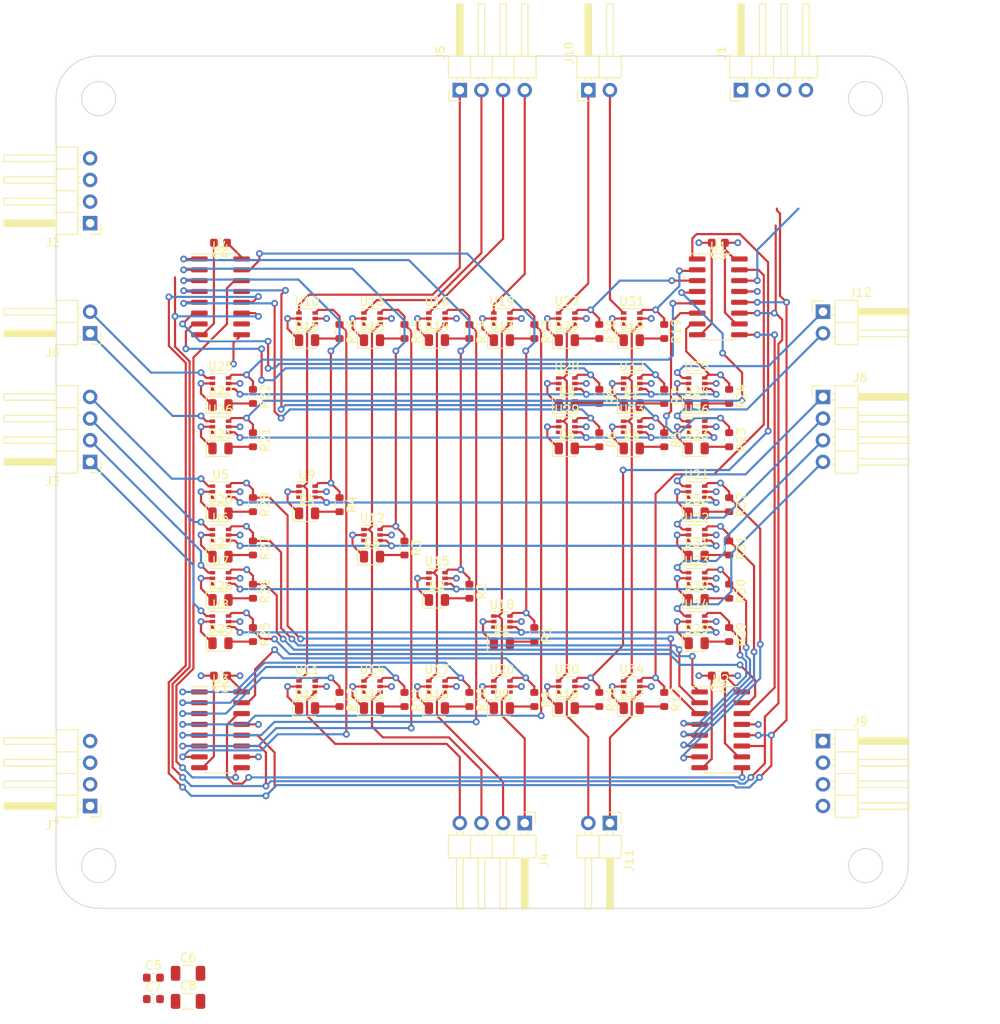
<source format=kicad_pcb>
(kicad_pcb (version 20221018) (generator pcbnew)
  (layers (0 "F.Cu" signal) (1 "In1.Cu" signal) (2 "In2.Cu" signal) (31 "B.Cu" signal) (34 "B.Paste" user) (35 "F.Paste" user) (36 "B.SilkS" user "B.Silkscreen") (37 "F.SilkS" user "F.Silkscreen") (38 "B.Mask" user) (39 "F.Mask" user) (44 "Edge.Cuts" user))
  (net 0 "")
  (net 1 "+3.3VP")
  (net 2 "GND")
  (net 3 "+3V3")
  (net 4 "Net-(D1-A)")
  (net 5 "Net-(D2-A)")
  (net 6 "Net-(D3-A)")
  (net 7 "Net-(D4-A)")
  (net 8 "Net-(D5-A)")
  (net 9 "Net-(D6-A)")
  (net 10 "Net-(D7-A)")
  (net 11 "Net-(D8-A)")
  (net 12 "Net-(D9-A)")
  (net 13 "Net-(D10-A)")
  (net 14 "Net-(D11-A)")
  (net 15 "Net-(D12-A)")
  (net 16 "Net-(D13-A)")
  (net 17 "Net-(D14-A)")
  (net 18 "Net-(D15-A)")
  (net 19 "Net-(D16-A)")
  (net 20 "Net-(D17-A)")
  (net 21 "Net-(D18-A)")
  (net 22 "Net-(D19-A)")
  (net 23 "Net-(D20-A)")
  (net 24 "Net-(D21-A)")
  (net 25 "Net-(D22-A)")
  (net 26 "Net-(D23-A)")
  (net 27 "Net-(D24-A)")
  (net 28 "Net-(D25-A)")
  (net 29 "Net-(D26-A)")
  (net 30 "Net-(D27-A)")
  (net 31 "Net-(D28-A)")
  (net 32 "Net-(D29-A)")
  (net 33 "Net-(D30-A)")
  (net 34 "Net-(D31-A)")
  (net 35 "Net-(D32-A)")
  (net 36 "LATCH")
  (net 37 "MOSI")
  (net 38 "SCLK")
  (net 39 "MISO")
  (net 40 "/west_3")
  (net 41 "/west_2")
  (net 42 "/west_1")
  (net 43 "/west_0")
  (net 44 "/south_0")
  (net 45 "/south_1")
  (net 46 "/south_2")
  (net 47 "/south_3")
  (net 48 "/north_3")
  (net 49 "/north_2")
  (net 50 "/north_1")
  (net 51 "/north_0")
  (net 52 "/east_0")
  (net 53 "/east_1")
  (net 54 "/east_2")
  (net 55 "/east_3")
  (net 56 "/prio_west_1")
  (net 57 "/prio_west_0")
  (net 58 "/prio_north_1")
  (net 59 "/prio_north_0")
  (net 60 "/prio_south_0")
  (net 61 "/prio_south_1")
  (net 62 "/prio_east_0")
  (net 63 "/prio_east_1")
  (net 64 "xp_0")
  (net 65 "xp_1")
  (net 66 "xp_2")
  (net 67 "xp_3")
  (net 68 "xp_4")
  (net 69 "xp_5")
  (net 70 "xp_6")
  (net 71 "xp_7")
  (net 72 "sw_8")
  (net 73 "sw_9")
  (net 74 "sw_10")
  (net 75 "sw_11")
  (net 76 "sw_12")
  (net 77 "sw_13")
  (net 78 "sw_14")
  (net 79 "sw_15")
  (net 80 "sw_24")
  (net 81 "sw_25")
  (net 82 "sw_26")
  (net 83 "sw_27")
  (net 84 "sw_28")
  (net 85 "sw_29")
  (net 86 "sw_30")
  (net 87 "sw_31")
  (net 88 "sw_16")
  (net 89 "sw_17")
  (net 90 "sw_18")
  (net 91 "sw_19")
  (net 92 "sw_20")
  (net 93 "sw_21")
  (net 94 "sw_22")
  (net 95 "sw_23")
  (net 96 "Net-(U1-QH')")
  (net 97 "Net-(U2-QH')")
  (net 98 "Net-(U3-QH')")
  (net 99 "Net-(U21-Pad4)")
  (net 100 "Net-(U12-Pad4)")
  (net 101 "Net-(U15-Pad4)")
  (net 102 "Net-(U18-Pad4)")
  (net 103 "Net-(U10-Pad4)")
  (net 107 "Net-(U12-Pad1)")
  (net 111 "Net-(U15-Pad1)")
  (net 115 "Net-(U18-Pad1)")
  (net 123 "Net-(U25-Pad4)")
  (net 125 "Net-(U26-Pad4)")
  (net 128 "Net-(U27-Pad4)")
  (net 133 "Net-(U31-Pad4)")
  (footprint "Capacitor_SMD:C_0603_1608Metric" (layer "F.Cu") (at 106.426 128.143)
    (fp_text reference "C5")
    (fp_text value "100n")
  )
  (footprint "Resistor_SMD:R_0603_1608Metric" (layer "F.Cu") (at 135.89 52.324 -90)
    (fp_text reference "R15")
    (fp_text value "10k")
  )
  (footprint "Resistor_SMD:R_0603_1608Metric" (layer "F.Cu") (at 135.89 95.504 -90)
    (fp_text reference "R11")
    (fp_text value "10k")
  )
  (footprint "Capacitor_SMD:C_0603_1608Metric" (layer "F.Cu") (at 114.3 92.71 180)
    (fp_text reference "C1")
    (fp_text value "100n")
  )
  (footprint "LED_SMD:LED_0805_2012Metric" (layer "F.Cu") (at 124.46 96.52)
    (fp_text reference "D12")
    (fp_text value "LED (green)")
  )
  (footprint "Resistor_SMD:R_0603_1608Metric" (layer "F.Cu") (at 166.37 65.024 -90)
    (fp_text reference "R5")
    (fp_text value "10k")
  )
  (footprint "LED_SMD:LED_0805_2012Metric" (layer "F.Cu") (at 170.18 88.9)
    (fp_text reference "D29")
    (fp_text value "LED (green)")
  )
  (footprint "Resistor_SMD:R_0603_1608Metric" (layer "F.Cu") (at 135.89 77.724 -90)
    (fp_text reference "R3")
    (fp_text value "10k")
  )
  (footprint "LED_SMD:LED_0805_2012Metric" (layer "F.Cu") (at 124.46 73.66)
    (fp_text reference "D4")
    (fp_text value "LED (green)")
  )
  (footprint "Resistor_SMD:R_0603_1608Metric" (layer "F.Cu") (at 118.11 82.804 -90)
    (fp_text reference "R26")
    (fp_text value "10k")
  )
  (footprint "Package_TO_SOT_SMD:SOT-363_SC-70-6" (layer "F.Cu") (at 124.46 93.98)
    (fp_text reference "U11")
    (fp_text value "NC7SB3157P6X")
  )
  (footprint "Connector_PinHeader_2.54mm:PinHeader_1x02_P2.54mm_Horizontal" (layer "F.Cu") (at 157.46 24 90)
    (fp_text reference "J10")
    (fp_text value "Conn_01x02")
  )
  (footprint "Resistor_SMD:R_0603_1608Metric" (layer "F.Cu") (at 128.27 52.324 -90)
    (fp_text reference "R16")
    (fp_text value "10k")
  )
  (footprint "LED_SMD:LED_0805_2012Metric" (layer "F.Cu") (at 114.3 73.66)
    (fp_text reference "D28")
    (fp_text value "LED (green)")
  )
  (footprint "Package_TO_SOT_SMD:SOT-363_SC-70-6" (layer "F.Cu") (at 147.32 86.36)
    (fp_text reference "U18")
    (fp_text value "NC7SB3157P6X")
  )
  (footprint "Resistor_SMD:R_0603_1608Metric" (layer "F.Cu") (at 158.75 95.504 -90)
    (fp_text reference "R18")
    (fp_text value "10k")
  )
  (footprint "Package_TO_SOT_SMD:SOT-363_SC-70-6" (layer "F.Cu") (at 154.94 50.8)
    (fp_text reference "U27")
    (fp_text value "NC7SB3157P6X")
  )
  (footprint "Package_TO_SOT_SMD:SOT-363_SC-70-6" (layer "F.Cu") (at 162.56 50.8)
    (fp_text reference "U31")
    (fp_text value "NC7SB3157P6X")
  )
  (footprint "Resistor_SMD:R_0603_1608Metric" (layer "F.Cu") (at 118.11 72.644 -90)
    (fp_text reference "R28")
    (fp_text value "10k")
  )
  (footprint "Resistor_SMD:R_0603_1608Metric" (layer "F.Cu") (at 143.51 52.324 -90)
    (fp_text reference "R14")
    (fp_text value "10k")
  )
  (footprint "Package_TO_SOT_SMD:SOT-363_SC-70-6" (layer "F.Cu") (at 170.18 58.42)
    (fp_text reference "U35")
    (fp_text value "NC7SB3157P6X")
  )
  (footprint "Resistor_SMD:R_0603_1608Metric" (layer "F.Cu") (at 173.99 87.884 -90)
    (fp_text reference "R29")
    (fp_text value "10k")
  )
  (footprint "LED_SMD:LED_0805_2012Metric" (layer "F.Cu") (at 154.94 60.96)
    (fp_text reference "D8")
    (fp_text value "LED (green)")
  )
  (footprint "Resistor_SMD:R_0603_1608Metric" (layer "F.Cu") (at 173.99 82.804 -90)
    (fp_text reference "R30")
    (fp_text value "10k")
  )
  (footprint "LED_SMD:LED_0805_2012Metric" (layer "F.Cu") (at 170.18 60.96)
    (fp_text reference "D24")
    (fp_text value "LED (green)")
  )
  (footprint "Resistor_SMD:R_0603_1608Metric" (layer "F.Cu") (at 118.11 65.024 -90)
    (fp_text reference "R21")
    (fp_text value "10k")
  )
  (footprint "LED_SMD:LED_0805_2012Metric" (layer "F.Cu") (at 162.56 53.34)
    (fp_text reference "D19")
    (fp_text value "LED (green)")
  )
  (footprint "LED_SMD:LED_0805_2012Metric" (layer "F.Cu") (at 147.32 53.34)
    (fp_text reference "D13")
    (fp_text value "LED (green)")
  )
  (footprint "LED_SMD:LED_0805_2012Metric" (layer "F.Cu") (at 162.56 66.04)
    (fp_text reference "D5")
    (fp_text value "LED (green)")
  )
  (footprint "Package_TO_SOT_SMD:SOT-363_SC-70-6" (layer "F.Cu") (at 170.18 63.5)
    (fp_text reference "U36")
    (fp_text value "NC7SB3157P6X")
  )
  (footprint "Package_TO_SOT_SMD:SOT-363_SC-70-6" (layer "F.Cu") (at 114.3 76.2)
    (fp_text reference "U6")
    (fp_text value "NC7SB3157P6X")
  )
  (footprint "Resistor_SMD:R_0603_1608Metric" (layer "F.Cu") (at 118.11 87.884 -90)
    (fp_text reference "R25")
    (fp_text value "10k")
  )
  (footprint "Package_TO_SOT_SMD:SOT-363_SC-70-6" (layer "F.Cu") (at 147.32 50.8)
    (fp_text reference "U19")
    (fp_text value "NC7SB3157P6X")
  )
  (footprint "Package_TO_SOT_SMD:SOT-363_SC-70-6" (layer "F.Cu") (at 114.3 86.36)
    (fp_text reference "U8")
    (fp_text value "NC7SB3157P6X")
  )
  (footprint "LED_SMD:LED_0805_2012Metric" (layer "F.Cu") (at 170.18 66.04)
    (fp_text reference "D23")
    (fp_text value "LED (green)")
  )
  (footprint "Resistor_SMD:R_0603_1608Metric" (layer "F.Cu") (at 118.11 59.944 -90)
    (fp_text reference "R22")
    (fp_text value "10k")
  )
  (footprint "LED_SMD:LED_0805_2012Metric" (layer "F.Cu") (at 170.18 78.74)
    (fp_text reference "D31")
    (fp_text value "LED (green)")
  )
  (footprint "LED_SMD:LED_0805_2012Metric" (layer "F.Cu") (at 154.94 53.34)
    (fp_text reference "D20")
    (fp_text value "LED (green)")
  )
  (footprint "Resistor_SMD:R_0603_1608Metric" (layer "F.Cu") (at 143.51 95.504 -90)
    (fp_text reference "R10")
    (fp_text value "10k")
  )
  (footprint "Package_TO_SOT_SMD:SOT-363_SC-70-6" (layer "F.Cu") (at 139.7 93.98)
    (fp_text reference "U17")
    (fp_text value "NC7SB3157P6X")
  )
  (footprint "Resistor_SMD:R_0603_1608Metric" (layer "F.Cu") (at 173.99 77.724 -90)
    (fp_text reference "R31")
    (fp_text value "10k")
  )
  (footprint "LED_SMD:LED_0805_2012Metric" (layer "F.Cu") (at 162.56 96.52)
    (fp_text reference "D17")
    (fp_text value "LED (green)")
  )
  (footprint "Connector_PinHeader_2.54mm:PinHeader_1x04_P2.54mm_Horizontal" (layer "F.Cu") (at 99 39.62 180)
    (fp_text reference "J2")
    (fp_text value "Conn_01x04")
  )
  (footprint "Capacitor_SMD:C_0603_1608Metric" (layer "F.Cu") (at 172.72 92.71 180)
    (fp_text reference "C2")
    (fp_text value "100n")
  )
  (footprint "LED_SMD:LED_0805_2012Metric" (layer "F.Cu") (at 139.7 53.332)
    (fp_text reference "D14")
    (fp_text value "LED (green)")
  )
  (footprint "Resistor_SMD:R_0603_1608Metric" (layer "F.Cu") (at 128.27 95.504 -90)
    (fp_text reference "R12")
    (fp_text value "10k")
  )
  (footprint "Package_TO_SOT_SMD:SOT-363_SC-70-6" (layer "F.Cu") (at 170.18 86.36)
    (fp_text reference "U24")
    (fp_text value "NC7SB3157P6X")
  )
  (footprint "LED_SMD:LED_0805_2012Metric" (layer "F.Cu") (at 170.18 83.82)
    (fp_text reference "D30")
    (fp_text value "LED (green)")
  )
  (footprint "Resistor_SMD:R_0603_1608Metric" (layer "F.Cu") (at 158.75 65.024 -90)
    (fp_text reference "R6")
    (fp_text value "10k")
  )
  (footprint "Resistor_SMD:R_0603_1608Metric" (layer "F.Cu") (at 143.51 82.804 -90)
    (fp_text reference "R2")
    (fp_text value "10k")
  )
  (footprint "Package_SO:SOIC-16_3.9x9.9mm_P1.27mm" (layer "F.Cu") (at 173 99.06)
    (fp_text reference "U2")
    (fp_text value "74HC595")
  )
  (footprint "Package_SO:SOIC-16_3.9x9.9mm_P1.27mm" (layer "F.Cu") (at 114.3 48.26)
    (fp_text reference "U4")
    (fp_text value "74HC595")
  )
  (footprint "Connector_PinHeader_2.54mm:PinHeader_1x04_P2.54mm_Horizontal" (layer "F.Cu") (at 185 60)
    (fp_text reference "J6")
    (fp_text value "Conn_01x04")
  )
  (footprint "LED_SMD:LED_0805_2012Metric" (layer "F.Cu") (at 154.94 96.52)
    (fp_text reference "D18")
    (fp_text value "LED (green)")
  )
  (footprint "LED_SMD:LED_0805_2012Metric" (layer "F.Cu") (at 139.7 83.82)
    (fp_text reference "D2")
    (fp_text value "LED (green)")
  )
  (footprint "Package_TO_SOT_SMD:SOT-363_SC-70-6" (layer "F.Cu") (at 114.3 58.42)
    (fp_text reference "U25")
    (fp_text value "NC7SB3157P6X")
  )
  (footprint "Package_TO_SOT_SMD:SOT-363_SC-70-6" (layer "F.Cu") (at 162.56 63.5)
    (fp_text reference "U33")
    (fp_text value "NC7SB3157P6X")
  )
  (footprint "LED_SMD:LED_0805_2012Metric" (layer "F.Cu") (at 124.46 53.34)
    (fp_text reference "D16")
    (fp_text value "LED (green)")
  )
  (footprint "Package_TO_SOT_SMD:SOT-363_SC-70-6" (layer "F.Cu") (at 170.18 81.28)
    (fp_text reference "U23")
    (fp_text value "NC7SB3157P6X")
  )
  (footprint "Connector_PinHeader_2.54mm:PinHeader_1x04_P2.54mm_Horizontal" (layer "F.Cu") (at 185 100.38)
    (fp_text reference "J9")
    (fp_text value "Conn_01x04")
  )
  (footprint "Package_TO_SOT_SMD:SOT-363_SC-70-6" (layer "F.Cu") (at 162.56 93.98)
    (fp_text reference "U34")
    (fp_text value "NC7SB3157P6X")
  )
  (footprint "LED_SMD:LED_0805_2012Metric" (layer "F.Cu") (at 132.08 78.74)
    (fp_text reference "D3")
    (fp_text value "LED (green)")
  )
  (footprint "Package_TO_SOT_SMD:SOT-363_SC-70-6" (layer "F.Cu") (at 139.7 50.8)
    (fp_text reference "U16")
    (fp_text value "NC7SB3157P6X")
  )
  (footprint "LED_SMD:LED_0805_2012Metric" (layer "F.Cu") (at 114.3 83.82)
    (fp_text reference "D26")
    (fp_text value "LED (green)")
  )
  (footprint "LED_SMD:LED_0805_2012Metric" (layer "F.Cu") (at 147.32 96.52)
    (fp_text reference "D9")
    (fp_text value "LED (green)")
  )
  (footprint "Resistor_SMD:R_0603_1608Metric" (layer "F.Cu") (at 151.13 95.504 -90)
    (fp_text reference "R9")
    (fp_text value "10k")
  )
  (footprint "Package_TO_SOT_SMD:SOT-363_SC-70-6" (layer "F.Cu") (at 154.94 58.42)
    (fp_text reference "U28")
    (fp_text value "NC7SB3157P6X")
  )
  (footprint "Resistor_SMD:R_0603_1608Metric" (layer "F.Cu") (at 158.75 59.944 -90)
    (fp_text reference "R8")
    (fp_text value "10k")
  )
  (footprint "Package_TO_SOT_SMD:SOT-363_SC-70-6" (layer "F.Cu") (at 147.32 93.98)
    (fp_text reference "U20")
    (fp_text value "NC7SB3157P6X")
  )
  (footprint "Connector_PinHeader_2.54mm:PinHeader_1x04_P2.54mm_Horizontal" (layer "F.Cu") (at 175.38 24 90)
    (fp_text reference "J1")
    (fp_text value "Conn_01x04")
  )
  (footprint "Resistor_SMD:R_0603_1608Metric" (layer "F.Cu") (at 173.99 65.024 -90)
    (fp_text reference "R23")
    (fp_text value "10k")
  )
  (footprint "LED_SMD:LED_0805_2012Metric" (layer "F.Cu") (at 114.3 66.04)
    (fp_text reference "D21")
    (fp_text value "LED (green)")
  )
  (footprint "Package_TO_SOT_SMD:SOT-363_SC-70-6" (layer "F.Cu") (at 124.46 50.8)
    (fp_text reference "U10")
    (fp_text value "NC7SB3157P6X")
  )
  (footprint "Package_TO_SOT_SMD:SOT-363_SC-70-6" (layer "F.Cu") (at 154.94 93.98)
    (fp_text reference "U30")
    (fp_text value "NC7SB3157P6X")
  )
  (footprint "Connector_PinHeader_2.54mm:PinHeader_1x02_P2.54mm_Horizontal" (layer "F.Cu") (at 185 50)
    (fp_text reference "J12")
    (fp_text value "Conn_01x02")
  )
  (footprint "Package_TO_SOT_SMD:SOT-363_SC-70-6" (layer "F.Cu") (at 170.18 76.2)
    (fp_text reference "U22")
    (fp_text value "NC7SB3157P6X")
  )
  (footprint "LED_SMD:LED_0805_2012Metric" (layer "F.Cu") (at 162.56 60.96)
    (fp_text reference "D7")
    (fp_text value "LED (green)")
  )
  (footprint "Resistor_SMD:R_0603_1608Metric" (layer "F.Cu") (at 128.27 72.644 -90)
    (fp_text reference "R4")
    (fp_text value "10k")
  )
  (footprint "Resistor_SMD:R_0603_1608Metric" (layer "F.Cu") (at 166.37 52.324 -90)
    (fp_text reference "R19")
    (fp_text value "10k")
  )
  (footprint "Capacitor_SMD:C_0603_1608Metric" (layer "F.Cu") (at 106.426 130.653)
    (fp_text reference "C7")
    (fp_text value "100n")
  )
  (footprint "LED_SMD:LED_0805_2012Metric" (layer "F.Cu") (at 132.08 96.52)
    (fp_text reference "D11")
    (fp_text value "LED (green)")
  )
  (footprint "LED_SMD:LED_0805_2012Metric" (layer "F.Cu") (at 132.08 53.34)
    (fp_text reference "D15")
    (fp_text value "LED (green)")
  )
  (footprint "LED_SMD:LED_0805_2012Metric" (layer "F.Cu") (at 114.3 88.9)
    (fp_text reference "D25")
    (fp_text value "LED (green)")
  )
  (footprint "Connector_PinHeader_2.54mm:PinHeader_1x02_P2.54mm_Horizontal" (layer "F.Cu") (at 160 110 -90)
    (fp_text reference "J11")
    (fp_text value "Conn_01x02")
  )
  (footprint "Resistor_SMD:R_0603_1608Metric" (layer "F.Cu") (at 173.99 59.944 -90)
    (fp_text reference "R24")
    (fp_text value "10k")
  )
  (footprint "LED_SMD:LED_0805_2012Metric" (layer "F.Cu") (at 114.3 60.96)
    (fp_text reference "D22")
    (fp_text value "LED (green)")
  )
  (footprint "Package_TO_SOT_SMD:SOT-363_SC-70-6" (layer "F.Cu") (at 132.08 76.2)
    (fp_text reference "U12")
    (fp_text value "NC7SB3157P6X")
  )
  (footprint "Resistor_SMD:R_1206_3216Metric" (layer "F.Cu") (at 110.49 130.925)
    (fp_text reference "C8")
    (fp_text value "22u")
  )
  (footprint "Resistor_SMD:R_0603_1608Metric" (layer "F.Cu") (at 151.13 52.324 -90)
    (fp_text reference "R13")
    (fp_text value "10k")
  )
  (footprint "Package_TO_SOT_SMD:SOT-363_SC-70-6" (layer "F.Cu") (at 162.56 58.42)
    (fp_text reference "U32")
    (fp_text value "NC7SB3157P6X")
  )
  (footprint "Connector_PinHeader_2.54mm:PinHeader_1x04_P2.54mm_Horizontal" (layer "F.Cu") (at 142.38 24 90)
    (fp_text reference "J5")
    (fp_text value "Conn_01x04")
  )
  (footprint "Package_TO_SOT_SMD:SOT-363_SC-70-6" (layer "F.Cu") (at 132.08 93.98)
    (fp_text reference "U14")
    (fp_text value "NC7SB3157P6X")
  )
  (footprint "Resistor_SMD:R_0603_1608Metric" (layer "F.Cu") (at 118.11 77.724 -90)
    (fp_text reference "R27")
    (fp_text value "10k")
  )
  (footprint "Package_TO_SOT_SMD:SOT-363_SC-70-6" (layer "F.Cu") (at 170.18 71.12)
    (fp_text reference "U21")
    (fp_text value "NC7SB3157P6X")
  )
  (footprint "LED_SMD:LED_0805_2012Metric" (layer "F.Cu") (at 114.3 78.74)
    (fp_text reference "D27")
    (fp_text value "LED (green)")
  )
  (footprint "Package_TO_SOT_SMD:SOT-363_SC-70-6" (layer "F.Cu") (at 124.46 71.12)
    (fp_text reference "U9")
    (fp_text value "NC7SB3157P6X")
  )
  (footprint "Package_SO:SOIC-16_3.9x9.9mm_P1.27mm" (layer "F.Cu") (at 172.72 48.26)
    (fp_text reference "U1")
    (fp_text value "74HC595")
  )
  (footprint "Package_TO_SOT_SMD:SOT-363_SC-70-6" (layer "F.Cu") (at 139.7 81.28)
    (fp_text reference "U15")
    (fp_text value "NC7SB3157P6X")
  )
  (footprint "Connector_PinHeader_2.54mm:PinHeader_1x04_P2.54mm_Horizontal" (layer "F.Cu") (at 99 67.62 180)
    (fp_text reference "J3")
    (fp_text value "Conn_01x04")
  )
  (footprint "Package_TO_SOT_SMD:SOT-363_SC-70-6" (layer "F.Cu") (at 114.3 81.28)
    (fp_text reference "U7")
    (fp_text value "NC7SB3157P6X")
  )
  (footprint "Resistor_SMD:R_0603_1608Metric" (layer "F.Cu") (at 166.37 95.504 -90)
    (fp_text reference "R17")
    (fp_text value "10k")
  )
  (footprint "Connector_PinHeader_2.54mm:PinHeader_1x04_P2.54mm_Horizontal" (layer "F.Cu") (at 150 110 -90)
    (fp_text reference "J4")
    (fp_text value "Conn_01x04")
  )
  (footprint "Package_TO_SOT_SMD:SOT-363_SC-70-6" (layer "F.Cu") (at 154.94 63.5)
    (fp_text reference "U29")
    (fp_text value "NC7SB3157P6X")
  )
  (footprint "Capacitor_SMD:C_0603_1608Metric" (layer "F.Cu") (at 172.72 41.91 180)
    (fp_text reference "C3")
    (fp_text value "100n")
  )
  (footprint "LED_SMD:LED_0805_2012Metric" (layer "F.Cu") (at 147.32 88.9)
    (fp_text reference "D1")
    (fp_text value "LED (green)")
  )
  (footprint "Resistor_SMD:R_1206_3216Metric" (layer "F.Cu") (at 110.49 127.635)
    (fp_text reference "C6")
    (fp_text value "22u")
  )
  (footprint "Resistor_SMD:R_0603_1608Metric" (layer "F.Cu") (at 166.37 59.944 -90)
    (fp_text reference "R7")
    (fp_text value "10k")
  )
  (footprint "Connector_PinHeader_2.54mm:PinHeader_1x04_P2.54mm_Horizontal" (layer "F.Cu") (at 99 108 180)
    (fp_text reference "J7")
    (fp_text value "Conn_01x04")
  )
  (footprint "Package_TO_SOT_SMD:SOT-363_SC-70-6" (layer "F.Cu") (at 114.3 63.5)
    (fp_text reference "U26")
    (fp_text value "NC7SB3157P6X")
  )
  (footprint "Resistor_SMD:R_0603_1608Metric" (layer "F.Cu") (at 151.13 87.884 -90)
    (fp_text reference "R1")
    (fp_text value "10k")
  )
  (footprint "Capacitor_SMD:C_0603_1608Metric" (layer "F.Cu") (at 114.3 41.91 180)
    (fp_text reference "C4")
    (fp_text value "100n")
  )
  (footprint "Package_SO:SOIC-16_3.9x9.9mm_P1.27mm" (layer "F.Cu") (at 114.3 99.06)
    (fp_text reference "U3")
    (fp_text value "74HC595")
  )
  (footprint "LED_SMD:LED_0805_2012Metric" (layer "F.Cu") (at 154.94 66.04)
    (fp_text reference "D6")
    (fp_text value "LED (green)")
  )
  (footprint "Package_TO_SOT_SMD:SOT-363_SC-70-6" (layer "F.Cu") (at 132.08 50.8)
    (fp_text reference "U13")
    (fp_text value "NC7SB3157P6X")
  )
  (footprint "Connector_PinHeader_2.54mm:PinHeader_1x02_P2.54mm_Horizontal" (layer "F.Cu") (at 99 52.54 180)
    (fp_text reference "J8")
    (fp_text value "Conn_01x02")
  )
  (footprint "Package_TO_SOT_SMD:SOT-363_SC-70-6" (layer "F.Cu") (at 114.3 71.12)
    (fp_text reference "U5")
    (fp_text value "NC7SB3157P6X")
  )
  (footprint "Resistor_SMD:R_0603_1608Metric" (layer "F.Cu") (at 173.99 72.644 -90)
    (fp_text reference "R32")
    (fp_text value "10k")
  )
  (footprint "LED_SMD:LED_0805_2012Metric" (layer "F.Cu") (at 170.18 73.66)
    (fp_text reference "D32")
    (fp_text value "LED (green)")
  )
  (footprint "LED_SMD:LED_0805_2012Metric" (layer "F.Cu") (at 139.7 96.52)
    (fp_text reference "D10")
    (fp_text value "LED (green)")
  )
  (footprint "Resistor_SMD:R_0603_1608Metric" (layer "F.Cu") (at 158.75 52.324 -90)
    (fp_text reference "R20")
    (fp_text value "10k")
  )
  (gr_line (start 100 120) (end 190 120) (stroke (width 0.1)) (layer "Edge.Cuts"))
  (gr_line (start 195 115) (end 195 25) (stroke (width 0.1)) (layer "Edge.Cuts"))
  (gr_line (start 190 20) (end 100 20) (stroke (width 0.1)) (layer "Edge.Cuts"))
  (gr_circle (center 190 25) (end 190 27) (stroke (width 0.1)) (fill none) (layer "Edge.Cuts"))
  (gr_arc (start 190 20) (mid 193.535534 21.464466) (end 195 25) (stroke (width 0.1)) (layer "Edge.Cuts"))
  (gr_line (start 95 25) (end 95 115) (stroke (width 0.1)) (layer "Edge.Cuts"))
  (gr_circle (center 190 115) (end 190 117) (stroke (width 0.1)) (fill none) (layer "Edge.Cuts"))
  (gr_arc (start 100 120) (mid 96.464466 118.535534) (end 95 115) (stroke (width 0.1)) (layer "Edge.Cuts"))
  (gr_arc (start 95 25) (mid 96.464466 21.464466) (end 100 20) (stroke (width 0.1)) (layer "Edge.Cuts"))
  (gr_arc (start 195 115) (mid 193.535534 118.535534) (end 190 120) (stroke (width 0.1)) (layer "Edge.Cuts"))
  (gr_circle (center 100 25) (end 100 27) (stroke (width 0.1)) (fill none) (layer "Edge.Cuts"))
  (gr_circle (center 100 115) (end 100 117) (stroke (width 0.1)) (fill none) (layer "Edge.Cuts"))
  (segment (start 163.51 93.98) (end 164.846 93.98) (width 0.25) (layer "F.Cu") (net 1))
  (segment (start 163.51 50.8) (end 164.846 50.8) (width 0.25) (layer "F.Cu") (net 1))
  (segment (start 133.03 76.2) (end 134.366 76.2) (width 0.25) (layer "F.Cu") (net 1))
  (segment (start 155.89 50.8) (end 157.226 50.8) (width 0.25) (layer "F.Cu") (net 1))
  (segment (start 148.27 50.8) (end 149.606 50.8) (width 0.25) (layer "F.Cu") (net 1))
  (segment (start 148.27 93.98) (end 149.606 93.98) (width 0.25) (layer "F.Cu") (net 1))
  (segment (start 175.098249 102.235) (end 173.495 100.631751) (width 0.25) (layer "F.Cu") (net 1))
  (segment (start 163.51 63.5) (end 164.846 63.5) (width 0.25) (layer "F.Cu") (net 1))
  (segment (start 125.41 71.12) (end 126.746 71.12) (width 0.25) (layer "F.Cu") (net 1))
  (segment (start 115.25 58.42) (end 116.586 58.42) (width 0.25) (layer "F.Cu") (net 1))
  (segment (start 171.13 71.12) (end 172.466 71.12) (width 0.25) (layer "F.Cu") (net 1))
  (segment (start 155.89 93.98) (end 157.226 93.98) (width 0.25) (layer "F.Cu") (net 1))
  (segment (start 115.25 71.12) (end 116.586 71.12) (width 0.25) (layer "F.Cu") (net 1))
  (segment (start 174.625 43.815) (end 173.495 42.685) (width 0.25) (layer "F.Cu") (net 1))
  (segment (start 133.03 93.98) (end 134.366 93.98) (width 0.25) (layer "F.Cu") (net 1))
  (segment (start 173.495 100.631751) (end 173.495 92.71) (width 0.25) (layer "F.Cu") (net 1))
  (segment (start 171.13 58.42) (end 172.466 58.42) (width 0.25) (layer "F.Cu") (net 1))
  (segment (start 118.745 102.235) (end 116.775 102.235) (width 0.25) (layer "F.Cu") (net 1))
  (segment (start 115.25 86.36) (end 116.586 86.36) (width 0.25) (layer "F.Cu") (net 1))
  (segment (start 140.65 93.98) (end 141.986 93.98) (width 0.25) (layer "F.Cu") (net 1))
  (segment (start 173.495 50.111751) (end 173.495 41.91) (width 0.25) (layer "F.Cu") (net 1))
  (segment (start 140.65 81.28) (end 141.986 81.28) (width 0.25) (layer "F.Cu") (net 1))
  (segment (start 155.89 58.42) (end 157.226 58.42) (width 0.25) (layer "F.Cu") (net 1))
  (segment (start 148.27 86.36) (end 149.606 86.36) (width 0.25) (layer "F.Cu") (net 1))
  (segment (start 173.495 42.685) (end 173.495 41.91) (width 0.25) (layer "F.Cu") (net 1))
  (segment (start 116.775 43.61) (end 115.075 41.91) (width 0.25) (layer "F.Cu") (net 1))
  (segment (start 115.25 76.2) (end 116.586 76.2) (width 0.25) (layer "F.Cu") (net 1))
  (segment (start 175.475 94.615) (end 175.4 94.615) (width 0.25) (layer "F.Cu") (net 1))
  (segment (start 173.495 92.71) (end 175.006 92.71) (width 0.25) (layer "F.Cu") (net 1))
  (segment (start 125.41 93.98) (end 126.746 93.98) (width 0.25) (layer "F.Cu") (net 1))
  (segment (start 116.775 43.815) (end 116.775 43.61) (width 0.25) (layer "F.Cu") (net 1))
  (segment (start 116.775 94.41) (end 115.075 92.71) (width 0.25) (layer "F.Cu") (net 1))
  (segment (start 171.13 63.5) (end 172.466 63.5) (width 0.25) (layer "F.Cu") (net 1))
  (segment (start 171.13 81.28) (end 172.466 81.28) (width 0.25) (layer "F.Cu") (net 1))
  (segment (start 175.475 102.235) (end 175.098249 102.235) (width 0.25) (layer "F.Cu") (net 1))
  (segment (start 173.495 41.91) (end 175.006 41.91) (width 0.25) (layer "F.Cu") (net 1))
  (segment (start 171.13 86.36) (end 172.466 86.36) (width 0.25) (layer "F.Cu") (net 1))
  (segment (start 155.89 63.5) (end 157.226 63.5) (width 0.25) (layer "F.Cu") (net 1))
  (segment (start 174.818249 51.435) (end 173.495 50.111751) (width 0.25) (layer "F.Cu") (net 1))
  (segment (start 163.51 58.42) (end 164.846 58.42) (width 0.25) (layer "F.Cu") (net 1))
  (segment (start 175.4 94.615) (end 173.495 92.71) (width 0.25) (layer "F.Cu") (net 1))
  (segment (start 133.03 50.8) (end 134.366 50.8) (width 0.25) (layer "F.Cu") (net 1))
  (segment (start 171.13 76.2) (end 172.466 76.2) (width 0.25) (layer "F.Cu") (net 1))
  (segment (start 115.25 63.5) (end 116.586 63.5) (width 0.25) (layer "F.Cu") (net 1))
  (segment (start 125.41 50.8) (end 126.746 50.8) (width 0.25) (layer "F.Cu") (net 1))
  (segment (start 175.195 43.815) (end 174.625 43.815) (width 0.25) (layer "F.Cu") (net 1))
  (segment (start 140.65 50.8) (end 141.986 50.8) (width 0.25) (layer "F.Cu") (net 1))
  (segment (start 116.775 94.615) (end 116.775 94.41) (width 0.25) (layer "F.Cu") (net 1))
  (segment (start 115.075 92.71) (end 116.586 92.71) (width 0.25) (layer "F.Cu") (net 1))
  (segment (start 115.25 81.28) (end 116.586 81.28) (width 0.25) (layer "F.Cu") (net 1))
  (segment (start 175.195 51.435) (end 174.818249 51.435) (width 0.25) (layer "F.Cu") (net 1))
  (via (at 134.366 50.8) (size 0.8) (drill 0.4) (layers "F.Cu" "B.Cu") (net 1))
  (via (at 149.606 86.36) (size 0.8) (drill 0.4) (layers "F.Cu" "B.Cu") (net 1))
  (via (at 175.006 92.71) (size 0.8) (drill 0.4) (layers "F.Cu" "B.Cu") (net 1))
  (via (at 164.846 63.5) (size 0.8) (drill 0.4) (layers "F.Cu" "B.Cu") (net 1))
  (via (at 116.586 58.42) (size 0.8) (drill 0.4) (layers "F.Cu" "B.Cu") (net 1))
  (via (at 126.746 50.8) (size 0.8) (drill 0.4) (layers "F.Cu" "B.Cu") (net 1))
  (via (at 116.586 92.71) (size 0.8) (drill 0.4) (layers "F.Cu" "B.Cu") (net 1))
  (via (at 172.466 76.2) (size 0.8) (drill 0.4) (layers "F.Cu" "B.Cu") (net 1))
  (via (at 116.586 71.12) (size 0.8) (drill 0.4) (layers "F.Cu" "B.Cu") (net 1))
  (via (at 172.466 81.28) (size 0.8) (drill 0.4) (layers "F.Cu" "B.Cu") (net 1))
  (via (at 175.006 41.91) (size 0.8) (drill 0.4) (layers "F.Cu" "B.Cu") (net 1))
  (via (at 116.586 81.28) (size 0.8) (drill 0.4) (layers "F.Cu" "B.Cu") (net 1))
  (via (at 126.746 71.12) (size 0.8) (drill 0.4) (layers "F.Cu" "B.Cu") (net 1))
  (via (at 116.586 63.5) (size 0.8) (drill 0.4) (layers "F.Cu" "B.Cu") (net 1))
  (via (at 141.986 50.8) (size 0.8) (drill 0.4) (layers "F.Cu" "B.Cu") (net 1))
  (via (at 172.466 63.5) (size 0.8) (drill 0.4) (layers "F.Cu" "B.Cu") (net 1))
  (via (at 157.226 50.8) (size 0.8) (drill 0.4) (layers "F.Cu" "B.Cu") (net 1))
  (via (at 172.466 86.36) (size 0.8) (drill 0.4) (layers "F.Cu" "B.Cu") (net 1))
  (via (at 172.466 71.12) (size 0.8) (drill 0.4) (layers "F.Cu" "B.Cu") (net 1))
  (via (at 157.226 93.98) (size 0.8) (drill 0.4) (layers "F.Cu" "B.Cu") (net 1))
  (via (at 141.986 81.28) (size 0.8) (drill 0.4) (layers "F.Cu" "B.Cu") (net 1))
  (via (at 157.226 63.5) (size 0.8) (drill 0.4) (layers "F.Cu" "B.Cu") (net 1))
  (via (at 134.366 93.98) (size 0.8) (drill 0.4) (layers "F.Cu" "B.Cu") (net 1))
  (via (at 172.466 58.42) (size 0.8) (drill 0.4) (layers "F.Cu" "B.Cu") (net 1))
  (via (at 141.986 93.98) (size 0.8) (drill 0.4) (layers "F.Cu" "B.Cu") (net 1))
  (via (at 134.366 76.2) (size 0.8) (drill 0.4) (layers "F.Cu" "B.Cu") (net 1))
  (via (at 126.746 93.98) (size 0.8) (drill 0.4) (layers "F.Cu" "B.Cu") (net 1))
  (via (at 116.586 76.2) (size 0.8) (drill 0.4) (layers "F.Cu" "B.Cu") (net 1))
  (via (at 149.606 93.98) (size 0.8) (drill 0.4) (layers "F.Cu" "B.Cu") (net 1))
  (via (at 118.745 102.235) (size 0.8) (drill 0.4) (layers "F.Cu" "B.Cu") (net 1))
  (via (at 157.226 58.42) (size 0.8) (drill 0.4) (layers "F.Cu" "B.Cu") (net 1))
  (via (at 164.846 50.8) (size 0.8) (drill 0.4) (layers "F.Cu" "B.Cu") (net 1))
  (via (at 164.846 93.98) (size 0.8) (drill 0.4) (layers "F.Cu" "B.Cu") (net 1))
  (via (at 116.586 86.36) (size 0.8) (drill 0.4) (layers "F.Cu" "B.Cu") (net 1))
  (via (at 164.846 58.42) (size 0.8) (drill 0.4) (layers "F.Cu" "B.Cu") (net 1))
  (via (at 149.606 50.8) (size 0.8) (drill 0.4) (layers "F.Cu" "B.Cu") (net 1))
  (segment (start 123.5225 96.52) (end 122.174 95.1715) (width 0.25) (layer "F.Cu") (net 2))
  (segment (start 167.894 59.6115) (end 167.894 58.42) (width 0.25) (layer "F.Cu") (net 2))
  (segment (start 113.35 71.12) (end 112.014 71.12) (width 0.25) (layer "F.Cu") (net 2))
  (segment (start 154.0025 96.52) (end 152.654 95.1715) (width 0.25) (layer "F.Cu") (net 2))
  (segment (start 129.794 95.1715) (end 129.794 93.98) (width 0.25) (layer "F.Cu") (net 2))
  (segment (start 153.99 50.8) (end 152.654 50.8) (width 0.25) (layer "F.Cu") (net 2))
  (segment (start 169.23 81.28) (end 167.894 81.28) (width 0.25) (layer "F.Cu") (net 2))
  (segment (start 122.174 72.3115) (end 122.174 71.12) (width 0.25) (layer "F.Cu") (net 2))
  (segment (start 146.37 86.36) (end 145.1 86.36) (width 0.25) (layer "F.Cu") (net 2))
  (segment (start 112.201751 103.505) (end 113.525 102.181751) (width 0.25) (layer "F.Cu") (net 2))
  (segment (start 111.825 52.705) (end 112.201751 52.705) (width 0.25) (layer "F.Cu") (net 2))
  (segment (start 177.419 98.425) (end 175.475 98.425) (width 0.25) (layer "F.Cu") (net 2))
  (segment (start 169.23 71.12) (end 167.894 71.12) (width 0.25) (layer "F.Cu") (net 2))
  (segment (start 153.99 58.42) (end 152.654 58.42) (width 0.25) (layer "F.Cu") (net 2))
  (segment (start 129.794 51.9915) (end 129.794 50.8) (width 0.25) (layer "F.Cu") (net 2))
  (segment (start 167.894 64.6915) (end 167.894 63.5) (width 0.25) (layer "F.Cu") (net 2))
  (segment (start 161.61 93.98) (end 160.274 93.98) (width 0.25) (layer "F.Cu") (net 2))
  (segment (start 146.37 50.8) (end 145.034 50.8) (width 0.25) (layer "F.Cu") (net 2))
  (segment (start 167.894 77.3915) (end 167.894 76.2) (width 0.25) (layer "F.Cu") (net 2))
  (segment (start 138.75 81.28) (end 137.414 81.28) (width 0.25) (layer "F.Cu") (net 2))
  (segment (start 146.3825 96.52) (end 145.034 95.1715) (width 0.25) (layer "F.Cu") (net 2))
  (segment (start 161.61 63.5) (end 160.274 63.5) (width 0.25) (layer "F.Cu") (net 2))
  (segment (start 111.825 103.505) (end 112.201751 103.505) (width 0.25) (layer "F.Cu") (net 2))
  (segment (start 131.1425 53.34) (end 129.794 51.9915) (width 0.25) (layer "F.Cu") (net 2))
  (segment (start 113.3625 73.66) (end 112.014 72.3115) (width 0.25) (layer "F.Cu") (net 2))
  (segment (start 170.525 103.505) (end 170.901751 103.505) (width 0.25) (layer "F.Cu") (net 2))
  (segment (start 154.0025 60.96) (end 152.654 59.6115) (width 0.25) (layer "F.Cu") (net 2))
  (segment (start 123.51 50.8) (end 122.174 50.8) (width 0.25) (layer "F.Cu") (net 2))
  (segment (start 161.6225 53.34) (end 160.274 51.9915) (width 0.25) (layer "F.Cu") (net 2))
  (segment (start 161.61 50.8) (end 160.274 50.8) (width 0.25) (layer "F.Cu") (net 2))
  (segment (start 152.654 51.9915) (end 152.654 50.8) (width 0.25) (layer "F.Cu") (net 2))
  (segment (start 113.3625 83.82) (end 112.014 82.4715) (width 0.25) (layer "F.Cu") (net 2))
  (segment (start 138.75 50.8) (end 137.414 50.8) (width 0.25) (layer "F.Cu") (net 2))
  (segment (start 112.201751 52.705) (end 113.525 51.381751) (width 0.25) (layer "F.Cu") (net 2))
  (segment (start 113.35 81.28) (end 112.014 81.28) (width 0.25) (layer "F.Cu") (net 2))
  (segment (start 113.525 51.381751) (end 113.525 41.91) (width 0.25) (layer "F.Cu") (net 2))
  (segment (start 112.014 87.5515) (end 112.014 86.36) (width 0.25) (layer "F.Cu") (net 2))
  (segment (start 171.945 102.461751) (end 171.945 92.71) (width 0.25) (layer "F.Cu") (net 2))
  (segment (start 171.945 92.71) (end 170.434 92.71) (width 0.25) (layer "F.Cu") (net 2))
  (segment (start 171.945 41.91) (end 170.434 41.91) (width 0.25) (layer "F.Cu") (net 2))
  (segment (start 113.35 63.5) (end 112.014 63.5) (width 0.25) (layer "F.Cu") (net 2))
  (segment (start 113.525 102.181751) (end 113.525 92.71) (width 0.25) (layer "F.Cu") (net 2))
  (segment (start 161.6225 60.96) (end 160.274 59.6115) (width 0.25) (layer "F.Cu") (net 2))
  (segment (start 123.5225 53.34) (end 122.174 51.9915) (width 0.25) (layer "F.Cu") (net 2))
  (segment (start 131.1425 96.52) (end 129.794 95.1715) (width 0.25) (layer "F.Cu") (net 2))
  (segment (start 113.35 58.42) (end 112.014 58.42) (width 0.25) (layer "F.Cu") (net 2))
  (segment (start 122.174 51.9915) (end 122.174 50.8) (width 0.25) (layer "F.Cu") (net 2))
  (segment (start 161.61 58.42) (end 160.274 58.42) (width 0.25) (layer "F.Cu") (net 2))
  (segment (start 152.654 59.6115) (end 152.654 58.42) (width 0.25) (layer "F.Cu") (net 2))
  (segment (start 169.2425 78.74) (end 167.894 77.3915) (width 0.25) (layer "F.Cu") (net 2))
  (segment (start 152.654 64.6915) (end 152.654 63.5) (width 0.25) (layer "F.Cu") (net 2))
  (segment (start 161.6225 96.52) (end 160.274 95.1715) (width 0.25) (layer "F.Cu") (net 2))
  (segment (start 138.7625 83.82) (end 137.414 82.4715) (width 0.25) (layer "F.Cu") (net 2))
  (segment (start 169.23 76.2) (end 167.894 76.2) (width 0.25) (layer "F.Cu") (net 2))
  (segment (start 169.23 58.42) (end 167.894 58.42) (width 0.25) (layer "F.Cu") (net 2))
  (segment (start 171.945 51.381751) (end 171.945 41.91) (width 0.25) (layer "F.Cu") (net 2))
  (segment (start 138.75 93.98) (end 137.414 93.98) (width 0.25) (layer "F.Cu") (net 2))
  (segment (start 113.3625 88.9) (end 112.014 87.5515) (width 0.25) (layer "F.Cu") (net 2))
  (segment (start 153.99 63.5) (end 152.654 63.5) (width 0.25) (layer "F.Cu") (net 2))
  (segment (start 113.35 86.36) (end 112.014 86.36) (width 0.25) (layer "F.Cu") (net 2))
  (segment (start 131.1425 78.74) (end 129.794 77.3915) (width 0.25) (layer "F.Cu") (net 2))
  (segment (start 145.034 95.1715) (end 145.034 93.98) (width 0.25) (layer "F.Cu") (net 2))
  (segment (start 129.794 77.3915) (end 129.794 76.2) (width 0.25) (layer "F.Cu") (net 2))
  (segment (start 112.014 82.4715) (end 112.014 81.28) (width 0.25) (layer "F.Cu") (net 2))
  (segment (start 170.901751 103.505) (end 171.945 102.461751) (width 0.25) (layer "F.Cu") (net 2))
  (segment (start 169.2425 88.9) (end 167.894 87.5515) (width 0.25) (layer "F.Cu") (net 2))
  (segment (start 169.23 63.5) (end 167.894 63.5) (width 0.25) (layer "F.Cu") (net 2))
  (segment (start 161.6225 66.04) (end 160.274 64.6915) (width 0.25) (layer "F.Cu") (net 2))
  (segment (start 167.894 82.4715) (end 167.894 81.28) (width 0.25) (layer "F.Cu") (net 2))
  (segment (start 169.2425 66.04) (end 167.894 64.6915) (width 0.25) (layer "F.Cu") (net 2))
  (segment (start 113.3625 78.74) (end 112.014 77.3915) (width 0.25) (layer "F.Cu") (net 2))
  (segment (start 138.7625 96.52) (end 137.414 95.1715) (width 0.25) (layer "F.Cu") (net 2))
  (segment (start 138.7625 53.332) (end 137.414 51.9835) (width 0.25) (layer "F.Cu") (net 2))
  (segment (start 137.414 95.1715) (end 137.414 93.98) (width 0.25) (layer "F.Cu") (net 2))
  (segment (start 112.014 59.6115) (end 112.014 58.42) (width 0.25) (layer "F.Cu") (net 2))
  (segment (start 160.274 51.9915) (end 160.274 50.8) (width 0.25) (layer "F.Cu") (net 2))
  (segment (start 169.23 86.36) (end 167.894 86.36) (width 0.25) (layer "F.Cu") (net 2))
  (segment (start 118.745 98.425) (end 116.775 98.425) (width 0.25) (layer "F.Cu") (net 2))
  (segment (start 137.414 51.9835) (end 137.414 50.8) (width 0.25) (layer "F.Cu") (net 2))
  (segment (start 112.014 72.3115) (end 112.014 71.12) (width 0.25) (layer "F.Cu") (net 2))
  (segment (start 154.0025 66.04) (end 152.654 64.6915) (width 0.25) (layer "F.Cu") (net 2))
  (segment (start 160.274 95.1715) (end 160.274 93.98) (width 0.25) (layer "F.Cu") (net 2))
  (segment (start 137.414 82.4715) (end 137.414 81.28) (width 0.25) (layer "F.Cu") (net 2))
  (segment (start 167.894 87.5515) (end 167.894 86.36) (width 0.25) (layer "F.Cu") (net 2))
  (segment (start 160.274 59.6115) (end 160.274 58.42) (width 0.25) (layer "F.Cu") (net 2))
  (segment (start 123.51 93.98) (end 122.174 93.98) (width 0.25) (layer "F.Cu") (net 2))
  (segment (start 167.894 72.3115) (end 167.894 71.12) (width 0.25) (layer "F.Cu") (net 2))
  (segment (start 154.0025 53.34) (end 152.654 51.9915) (width 0.25) (layer "F.Cu") (net 2))
  (segment (start 112.014 64.6915) (end 112.014 63.5) (width 0.25) (layer "F.Cu") (net 2))
  (segment (start 123.51 71.12) (end 122.174 71.12) (width 0.25) (layer "F.Cu") (net 2))
  (segment (start 169.2425 60.96) (end 167.894 59.6115) (width 0.25) (layer "F.Cu") (net 2))
  (segment (start 123.5225 73.66) (end 122.174 72.3115) (width 0.25) (layer "F.Cu") (net 2))
  (segment (start 153.99 93.98) (end 152.654 93.98) (width 0.25) (layer "F.Cu") (net 2))
  (segment (start 122.174 95.1715) (end 122.174 93.98) (width 0.25) (layer "F.Cu") (net 2))
  (segment (start 170.621751 52.705) (end 171.945 51.381751) (width 0.25) (layer "F.Cu") (net 2))
  (segment (start 113.3625 60.96) (end 112.014 59.6115) (width 0.25) (layer "F.Cu") (net 2))
  (segment (start 177.292 47.625) (end 175.195 47.625) (width 0.25) (layer "F.Cu") (net 2))
  (segment (start 170.245 52.705) (end 170.621751 52.705) (width 0.25) (layer "F.Cu") (net 2))
  (segment (start 113.35 76.2) (end 112.014 76.2) (width 0.25) (layer "F.Cu") (net 2))
  (segment (start 169.2425 73.66) (end 167.894 72.3115) (width 0.25) (layer "F.Cu") (net 2))
  (segment (start 145.1 87.6175) (end 146.3825 88.9) (width 0.25) (layer "F.Cu") (net 2))
  (segment (start 146.3825 53.34) (end 145.034 51.9915) (width 0.25) (layer "F.Cu") (net 2))
  (segment (start 112.014 77.3915) (end 112.014 76.2) (width 0.25) (layer "F.Cu") (net 2))
  (segment (start 169.2425 83.82) (end 167.894 82.4715) (width 0.25) (layer "F.Cu") (net 2))
  (segment (start 131.13 76.2) (end 129.794 76.2) (width 0.25) (layer "F.Cu") (net 2))
  (segment (start 113.525 92.71) (end 112.014 92.71) (width 0.25) (layer "F.Cu") (net 2))
  (segment (start 145.034 51.9915) (end 145.034 50.8) (width 0.25) (layer "F.Cu") (net 2))
  (segment (start 152.654 95.1715) (end 152.654 93.98) (width 0.25) (layer "F.Cu") (net 2))
  (segment (start 113.3625 66.04) (end 112.014 64.6915) (width 0.25) (layer "F.Cu") (net 2))
  (segment (start 146.37 93.98) (end 145.034 93.98) (width 0.25) (layer "F.Cu") (net 2))
  (segment (start 160.274 64.6915) (end 160.274 63.5) (width 0.25) (layer "F.Cu") (net 2))
  (segment (start 131.13 93.98) (end 129.794 93.98) (width 0.25) (layer "F.Cu") (net 2))
  (segment (start 131.13 50.8) (end 129.794 50.8) (width 0.25) (layer "F.Cu") (net 2))
  (segment (start 145.1 86.36) (end 145.1 87.6175) (width 0.25) (layer "F.Cu") (net 2))
  (via (at 137.414 50.8) (size 0.8) (drill 0.4) (layers "F.Cu" "B.Cu") (net 2))
  (via (at 167.894 76.2) (size 0.8) (drill 0.4) (layers "F.Cu" "B.Cu") (net 2))
  (via (at 118.745 98.425) (size 0.8) (drill 0.4) (layers "F.Cu" "B.Cu") (net 2))
  (via (at 177.292 47.625) (size 0.8) (drill 0.4) (layers "F.Cu" "B.Cu") (net 2))
  (via (at 160.274 58.42) (size 0.8) (drill 0.4) (layers "F.Cu" "B.Cu") (net 2))
  (via (at 167.894 81.28) (size 0.8) (drill 0.4) (layers "F.Cu" "B.Cu") (net 2))
  (via (at 152.654 58.42) (size 0.8) (drill 0.4) (layers "F.Cu" "B.Cu") (net 2))
  (via (at 167.894 86.36) (size 0.8) (drill 0.4) (layers "F.Cu" "B.Cu") (net 2))
  (via (at 152.654 93.98) (size 0.8) (drill 0.4) (layers "F.Cu" "B.Cu") (net 2))
  (via (at 112.014 58.42) (size 0.8) (drill 0.4) (layers "F.Cu" "B.Cu") (net 2))
  (via (at 112.014 92.71) (size 0.8) (drill 0.4) (layers "F.Cu" "B.Cu") (net 2))
  (via (at 167.894 71.12) (size 0.8) (drill 0.4) (layers "F.Cu" "B.Cu") (net 2))
  (via (at 160.274 50.8) (size 0.8) (drill 0.4) (layers "F.Cu" "B.Cu") (net 2))
  (via (at 112.014 63.5) (size 0.8) (drill 0.4) (layers "F.Cu" "B.Cu") (net 2))
  (via (at 152.654 50.8) (size 0.8) (drill 0.4) (layers "F.Cu" "B.Cu") (net 2))
  (via (at 129.794 93.98) (size 0.8) (drill 0.4) (layers "F.Cu" "B.Cu") (net 2))
  (via (at 137.414 81.28) (size 0.8) (drill 0.4) (layers "F.Cu" "B.Cu") (net 2))
  (via (at 145.1 86.36) (size 0.8) (drill 0.4) (layers "F.Cu" "B.Cu") (net 2))
  (via (at 170.434 92.71) (size 0.8) (drill 0.4) (layers "F.Cu" "B.Cu") (net 2))
  (via (at 122.174 93.98) (size 0.8) (drill 0.4) (layers "F.Cu" "B.Cu") (net 2))
  (via (at 170.434 41.91) (size 0.8) (drill 0.4) (layers "F.Cu" "B.Cu") (net 2))
  (via (at 145.034 50.8) (size 0.8) (drill 0.4) (layers "F.Cu" "B.Cu") (net 2))
  (via (at 112.014 81.28) (size 0.8) (drill 0.4) (layers "F.Cu" "B.Cu") (net 2))
  (via (at 137.414 93.98) (size 0.8) (drill 0.4) (layers "F.Cu" "B.Cu") (net 2))
  (via (at 145.034 93.98) (size 0.8) (drill 0.4) (layers "F.Cu" "B.Cu") (net 2))
  (via (at 160.274 63.5) (size 0.8) (drill 0.4) (layers "F.Cu" "B.Cu") (net 2))
  (via (at 152.654 63.5) (size 0.8) (drill 0.4) (layers "F.Cu" "B.Cu") (net 2))
  (via (at 129.794 50.8) (size 0.8) (drill 0.4) (layers "F.Cu" "B.Cu") (net 2))
  (via (at 160.274 93.98) (size 0.8) (drill 0.4) (layers "F.Cu" "B.Cu") (net 2))
  (via (at 112.014 86.36) (size 0.8) (drill 0.4) (layers "F.Cu" "B.Cu") (net 2))
  (via (at 177.419 98.425) (size 0.8) (drill 0.4) (layers "F.Cu" "B.Cu") (net 2))
  (via (at 112.014 71.12) (size 0.8) (drill 0.4) (layers "F.Cu" "B.Cu") (net 2))
  (via (at 167.894 58.42) (size 0.8) (drill 0.4) (layers "F.Cu" "B.Cu") (net 2))
  (via (at 129.794 76.2) (size 0.8) (drill 0.4) (layers "F.Cu" "B.Cu") (net 2))
  (via (at 167.894 63.5) (size 0.8) (drill 0.4) (layers "F.Cu" "B.Cu") (net 2))
  (via (at 112.014 76.2) (size 0.8) (drill 0.4) (layers "F.Cu" "B.Cu") (net 2))
  (via (at 122.174 50.8) (size 0.8) (drill 0.4) (layers "F.Cu" "B.Cu") (net 2))
  (via (at 122.174 71.12) (size 0.8) (drill 0.4) (layers "F.Cu" "B.Cu") (net 2))
  (segment (start 151.196 88.709) (end 148.4485 88.709) (width 0.25) (layer "F.Cu") (net 4))
  (segment (start 148.4485 88.709) (end 148.2575 88.9) (width 0.25) (layer "F.Cu") (net 4))
  (segment (start 140.8285 83.629) (end 140.6375 83.82) (width 0.25) (layer "F.Cu") (net 5))
  (segment (start 143.51 83.629) (end 140.8285 83.629) (width 0.25) (layer "F.Cu") (net 5))
  (segment (start 135.89 78.549) (end 133.2085 78.549) (width 0.25) (layer "F.Cu") (net 6))
  (segment (start 133.2085 78.549) (end 133.0175 78.74) (width 0.25) (layer "F.Cu") (net 6))
  (segment (start 125.5885 73.469) (end 125.3975 73.66) (width 0.25) (layer "F.Cu") (net 7))
  (segment (start 128.27 73.469) (end 125.5885 73.469) (width 0.25) (layer "F.Cu") (net 7))
  (segment (start 163.6885 65.849) (end 163.4975 66.04) (width 0.25) (layer "F.Cu") (net 8))
  (segment (start 166.37 65.849) (end 163.6885 65.849) (width 0.25) (layer "F.Cu") (net 8))
  (segment (start 156.0685 65.849) (end 155.8775 66.04) (width 0.25) (layer "F.Cu") (net 9))
  (segment (start 158.75 65.849) (end 156.0685 65.849) (width 0.25) (layer "F.Cu") (net 9))
  (segment (start 163.6885 60.769) (end 166.37 60.769) (width 0.25) (layer "F.Cu") (net 10))
  (segment (start 163.4975 60.96) (end 163.6885 60.769) (width 0.25) (layer "F.Cu") (net 10))
  (segment (start 155.8775 60.96) (end 156.1315 60.706) (width 0.25) (layer "F.Cu") (net 11))
  (segment (start 156.1315 60.706) (end 158.687 60.706) (width 0.25) (layer "F.Cu") (net 11))
  (segment (start 158.687 60.706) (end 158.75 60.769) (width 0.25) (layer "F.Cu") (net 11))
  (segment (start 148.4485 96.329) (end 148.2575 96.52) (width 0.25) (layer "F.Cu") (net 12))
  (segment (start 151.13 96.329) (end 148.4485 96.329) (width 0.25) (layer "F.Cu") (net 12))
  (segment (start 140.8285 96.329) (end 140.6375 96.52) (width 0.25) (layer "F.Cu") (net 13))
  (segment (start 143.51 96.329) (end 140.8285 96.329) (width 0.25) (layer "F.Cu") (net 13))
  (segment (start 135.89 96.329) (end 133.2085 96.329) (width 0.25) (layer "F.Cu") (net 14))
  (segment (start 133.2085 96.329) (end 133.0175 96.52) (width 0.25) (layer "F.Cu") (net 14))
  (segment (start 128.27 96.329) (end 125.5885 96.329) (width 0.25) (layer "F.Cu") (net 15))
  (segment (start 125.5885 96.329) (end 125.3975 96.52) (width 0.25) (layer "F.Cu") (net 15))
  (segment (start 148.4485 53.149) (end 151.13 53.149) (width 0.25) (layer "F.Cu") (net 16))
  (segment (start 148.2575 53.34) (end 148.4485 53.149) (width 0.25) (layer "F.Cu") (net 16))
  (segment (start 140.8205 53.149) (end 143.51 53.149) (width 0.25) (layer "F.Cu") (net 17))
  (segment (start 140.6375 53.332) (end 140.8205 53.149) (width 0.25) (layer "F.Cu") (net 17))
  (segment (start 133.0175 53.34) (end 133.2085 53.149) (width 0.25) (layer "F.Cu") (net 18))
  (segment (start 133.2085 53.149) (end 135.89 53.149) (width 0.25) (layer "F.Cu") (net 18))
  (segment (start 125.3975 53.34) (end 125.5885 53.149) (width 0.25) (layer "F.Cu") (net 19))
  (segment (start 125.5885 53.149) (end 128.27 53.149) (width 0.25) (layer "F.Cu") (net 19))
  (segment (start 163.6885 96.329) (end 163.4975 96.52) (width 0.25) (layer "F.Cu") (net 20))
  (segment (start 166.37 96.329) (end 163.6885 96.329) (width 0.25) (layer "F.Cu") (net 20))
  (segment (start 158.75 96.329) (end 156.0685 96.329) (width 0.25) (layer "F.Cu") (net 21))
  (segment (start 156.0685 96.329) (end 155.8775 96.52) (width 0.25) (layer "F.Cu") (net 21))
  (segment (start 163.6885 53.149) (end 163.4975 53.34) (width 0.25) (layer "F.Cu") (net 22))
  (segment (start 166.37 53.149) (end 163.6885 53.149) (width 0.25) (layer "F.Cu") (net 22))
  (segment (start 158.75 53.149) (end 156.0685 53.149) (width 0.25) (layer "F.Cu") (net 23))
  (segment (start 156.0685 53.149) (end 155.8775 53.34) (width 0.25) (layer "F.Cu") (net 23))
  (segment (start 115.4285 65.849) (end 115.2375 66.04) (width 0.25) (layer "F.Cu") (net 24))
  (segment (start 118.11 65.849) (end 115.4285 65.849) (width 0.25) (layer "F.Cu") (net 24))
  (segment (start 118.11 60.769) (end 115.4285 60.769) (width 0.25) (layer "F.Cu") (net 25))
  (segment (start 115.4285 60.769) (end 115.2375 60.96) (width 0.25) (layer "F.Cu") (net 25))
  (segment (start 171.3085 65.849) (end 171.1175 66.04) (width 0.25) (layer "F.Cu") (net 26))
  (segment (start 173.99 65.849) (end 171.3085 65.849) (width 0.25) (layer "F.Cu") (net 26))
  (segment (start 171.3085 60.769) (end 171.1175 60.96) (width 0.25) (layer "F.Cu") (net 27))
  (segment (start 173.99 60.769) (end 171.3085 60.769) (width 0.25) (layer "F.Cu") (net 27))
  (segment (start 118.11 88.709) (end 115.4285 88.709) (width 0.25) (layer "F.Cu") (net 28))
  (segment (start 115.4285 88.709) (end 115.2375 88.9) (width 0.25) (layer "F.Cu") (net 28))
  (segment (start 115.4285 83.629) (end 115.2375 83.82) (width 0.25) (layer "F.Cu") (net 29))
  (segment (start 118.11 83.629) (end 115.4285 83.629) (width 0.25) (layer "F.Cu") (net 29))
  (segment (start 118.11 78.549) (end 115.4285 78.549) (width 0.25) (layer "F.Cu") (net 30))
  (segment (start 115.4285 78.549) (end 115.2375 78.74) (width 0.25) (layer "F.Cu") (net 30))
  (segment (start 115.4285 73.469) (end 115.2375 73.66) (width 0.25) (layer "F.Cu") (net 31))
  (segment (start 118.11 73.469) (end 115.4285 73.469) (width 0.25) (layer "F.Cu") (net 31))
  (segment (start 173.99 88.709) (end 171.3085 88.709) (width 0.25) (layer "F.Cu") (net 32))
  (segment (start 171.3085 88.709) (end 171.1175 88.9) (width 0.25) (layer "F.Cu") (net 32))
  (segment (start 171.3085 83.629) (end 171.1175 83.82) (width 0.25) (layer "F.Cu") (net 33))
  (segment (start 173.99 83.629) (end 171.3085 83.629) (width 0.25) (layer "F.Cu") (net 33))
  (segment (start 173.99 78.549) (end 171.3085 78.549) (width 0.25) (layer "F.Cu") (net 34))
  (segment (start 171.3085 78.549) (end 171.1175 78.74) (width 0.25) (layer "F.Cu") (net 34))
  (segment (start 171.3085 73.469) (end 171.1175 73.66) (width 0.25) (layer "F.Cu") (net 35))
  (segment (start 173.99 73.469) (end 171.3085 73.469) (width 0.25) (layer "F.Cu") (net 35))
  (segment (start 108.241 48.26) (end 108.241 54.022701) (width 0.25) (layer "F.Cu") (net 36))
  (segment (start 177.292 48.895) (end 175.195 48.895) (width 0.25) (layer "F.Cu") (net 36))
  (segment (start 120.65 101.727) (end 118.618 99.695) (width 0.25) (layer "F.Cu") (net 36))
  (segment (start 179.959 38.481) (end 179.588 38.11) (width 0.25) (layer "F.Cu") (net 36))
  (segment (start 110.225 56.006701) (end 110.225 91.507056) (width 0.25) (layer "F.Cu") (net 36))
  (segment (start 177.550653 104.652653) (end 178.943 103.260306) (width 0.25) (layer "F.Cu") (net 36))
  (segment (start 180.721 48.895) (end 180.721 97.917) (width 0.25) (layer "F.Cu") (net 36))
  (segment (start 118.073 48.895) (end 116.775 48.895) (width 0.25) (layer "F.Cu") (net 36))
  (segment (start 110.225 91.507056) (end 108.23 93.502056) (width 0.25) (layer "F.Cu") (net 36))
  (segment (start 108.23 93.502056) (end 108.23 104.166) (width 0.25) (layer "F.Cu") (net 36))
  (segment (start 179.959 48.133) (end 179.959 38.481) (width 0.25) (layer "F.Cu") (net 36))
  (segment (start 108.241 54.022701) (end 110.225 56.006701) (width 0.25) (layer "F.Cu") (net 36))
  (segment (start 177.419 99.695) (end 175.475 99.695) (width 0.25) (layer "F.Cu") (net 36))
  (segment (start 179.588 38.11) (end 179.588 37.903) (width 0.25) (layer "F.Cu") (net 36))
  (segment (start 120.65 105.791) (end 120.65 101.727) (width 0.25) (layer "F.Cu") (net 36))
  (segment (start 180.721 48.895) (end 179.959 48.133) (width 0.25) (layer "F.Cu") (net 36))
  (segment (start 118.745 48.223) (end 118.073 48.895) (width 0.25) (layer "F.Cu") (net 36))
  (segment (start 178.943 103.260306) (end 178.943 99.695) (width 0.25) (layer "F.Cu") (net 36))
  (segment (start 119.634 106.807) (end 120.65 105.791) (width 0.25) (layer "F.Cu") (net 36))
  (segment (start 108.23 104.166) (end 109.855 105.791) (width 0.25) (layer "F.Cu") (net 36))
  (segment (start 118.618 99.695) (end 116.775 99.695) (width 0.25) (layer "F.Cu") (net 36))
  (segment (start 180.721 97.917) (end 178.943 99.695) (width 0.25) (layer "F.Cu") (net 36))
  (via (at 108.241 48.26) (size 0.8) (drill 0.4) (layers "F.Cu" "B.Cu") (net 36))
  (via (at 178.943 99.695) (size 0.8) (drill 0.4) (layers "F.Cu" "B.Cu") (net 36))
  (via (at 177.292 48.895) (size 0.8) (drill 0.4) (layers "F.Cu" "B.Cu") (net 36))
  (via (at 109.855 105.791) (size 0.8) (drill 0.4) (layers "F.Cu" "B.Cu") (net 36))
  (via (at 119.634 106.807) (size 0.8) (drill 0.4) (layers "F.Cu" "B.Cu") (net 36))
  (via (at 180.721 48.895) (size 0.8) (drill 0.4) (layers "F.Cu" "B.Cu") (net 36))
  (via (at 118.745 48.223) (size 0.8) (drill 0.4) (layers "F.Cu" "B.Cu") (net 36))
  (via (at 177.419 99.695) (size 0.8) (drill 0.4) (layers "F.Cu" "B.Cu") (net 36))
  (via (at 177.550653 104.652653) (size 0.8) (drill 0.4) (layers "F.Cu" "B.Cu") (net 36))
  (segment (start 118.708 48.26) (end 118.745 48.223) (width 0.25) (layer "B.Cu") (net 36))
  (segment (start 176.380306 105.823) (end 174.784 105.823) (width 0.25) (layer "B.Cu") (net 36))
  (segment (start 177.550653 104.652653) (end 176.380306 105.823) (width 0.25) (layer "B.Cu") (net 36))
  (segment (start 120.893 105.548) (end 119.634 106.807) (width 0.25) (layer "B.Cu") (net 36))
  (segment (start 180.721 48.895) (end 177.292 48.895) (width 0.25) (layer "B.Cu") (net 36))
  (segment (start 110.871 106.807) (end 119.634 106.807) (width 0.25) (layer "B.Cu") (net 36))
  (segment (start 109.855 105.791) (end 110.871 106.807) (width 0.25) (layer "B.Cu") (net 36))
  (segment (start 108.241 48.26) (end 118.708 48.26) (width 0.25) (layer "B.Cu") (net 36))
  (segment (start 174.784 105.823) (end 174.509 105.548) (width 0.25) (layer "B.Cu") (net 36))
  (segment (start 174.509 105.548) (end 120.893 105.548) (width 0.25) (layer "B.Cu") (net 36))
  (segment (start 178.943 99.695) (end 177.419 99.695) (width 0.25) (layer "B.Cu") (net 36))
  (segment (start 177.292 46.355) (end 175.195 46.355) (width 0.25) (layer "F.Cu") (net 37))
  (via (at 177.292 46.355) (size 0.8) (drill 0.4) (layers "F.Cu" "B.Cu") (net 37))
  (segment (start 177.292 42.739) (end 182.128 37.903) (width 0.25) (layer "B.Cu") (net 37))
  (segment (start 177.292 46.355) (end 177.292 42.739) (width 0.25) (layer "B.Cu") (net 37))
  (segment (start 176.53 104.648) (end 178.181 102.997) (width 0.25) (layer "F.Cu") (net 38))
  (segment (start 118.364 50.165) (end 116.775 50.165) (width 0.25) (layer "F.Cu") (net 38))
  (segment (start 110.675 55.820305) (end 110.675 91.693452) (width 0.25) (layer "F.Cu") (net 38))
  (segment (start 119.634 105.664) (end 119.634 101.727) (width 0.25) (layer "F.Cu") (net 38))
  (segment (start 179.287 50.165) (end 179.451 50.165) (width 0.25) (layer "F.Cu") (net 38))
  (segment (start 118.872 100.965) (end 116.775 100.965) (width 0.25) (layer "F.Cu") (net 38))
  (segment (start 180.213 53.34) (end 180.213 50.927) (width 0.25) (layer "F.Cu") (net 38))
  (segment (start 108.966 54.111305) (end 110.675 55.820305) (width 0.25) (layer "F.Cu") (net 38))
  (segment (start 110.675 91.693452) (end 108.68 93.688452) (width 0.25) (layer "F.Cu") (net 38))
  (segment (start 108.966 50.546) (end 108.966 45.974) (width 0.25) (layer "F.Cu") (net 38))
  (segment (start 179.774 53.779) (end 180.213 53.34) (width 0.25) (layer "F.Cu") (net 38))
  (segment (start 177.292 50.165) (end 175.195 50.165) (width 0.25) (layer "F.Cu") (net 38))
  (segment (start 108.68 93.688452) (end 108.68 103.473) (width 0.25) (layer "F.Cu") (net 38))
  (segment (start 180.213 50.927) (end 179.451 50.165) (width 0.25) (layer "F.Cu") (net 38))
  (segment (start 178.181 100.965) (end 175.475 100.965) (width 0.25) (layer "F.Cu") (net 38))
  (segment (start 179.774 95.944) (end 179.774 53.779) (width 0.25) (layer "F.Cu") (net 38))
  (segment (start 178.181 102.997) (end 178.181 100.965) (width 0.25) (layer "F.Cu") (net 38))
  (segment (start 119.634 101.727) (end 118.872 100.965) (width 0.25) (layer "F.Cu") (net 38))
  (segment (start 178.181 97.537) (end 179.774 95.944) (width 0.25) (layer "F.Cu") (net 38))
  (segment (start 178.181 100.965) (end 178.181 97.537) (width 0.25) (layer "F.Cu") (net 38))
  (segment (start 118.745 50.546) (end 118.364 50.165) (width 0.25) (layer "F.Cu") (net 38))
  (segment (start 179.451 50.165) (end 179.451 39.878) (width 0.25) (layer "F.Cu") (net 38))
  (segment (start 108.966 50.546) (end 108.966 54.111305) (width 0.25) (layer "F.Cu") (net 38))
  (segment (start 108.68 103.473) (end 109.855 104.648) (width 0.25) (layer "F.Cu") (net 38))
  (via (at 119.634 105.664) (size 0.8) (drill 0.4) (layers "F.Cu" "B.Cu") (net 38))
  (via (at 177.292 50.165) (size 0.8) (drill 0.4) (layers "F.Cu" "B.Cu") (net 38))
  (via (at 109.855 104.648) (size 0.8) (drill 0.4) (layers "F.Cu" "B.Cu") (net 38))
  (via (at 118.745 50.546) (size 0.8) (drill 0.4) (layers "F.Cu" "B.Cu") (net 38))
  (via (at 179.287 50.165) (size 0.8) (drill 0.4) (layers "F.Cu" "B.Cu") (net 38))
  (via (at 108.966 50.546) (size 0.8) (drill 0.4) (layers "F.Cu" "B.Cu") (net 38))
  (via (at 176.53 104.648) (size 0.8) (drill 0.4) (layers "F.Cu" "B.Cu") (net 38))
  (segment (start 175.213695 105.373) (end 174.938695 105.098) (width 0.25) (layer "B.Cu") (net 38))
  (segment (start 174.938695 105.098) (end 120.2 105.098) (width 0.25) (layer "B.Cu") (net 38))
  (segment (start 118.745 50.546) (end 108.966 50.546) (width 0.25) (layer "B.Cu") (net 38))
  (segment (start 109.855 104.648) (end 110.871 105.664) (width 0.25) (layer "B.Cu") (net 38))
  (segment (start 176.53 104.648) (end 176.53 104.657305) (width 0.25) (layer "B.Cu") (net 38))
  (segment (start 175.814305 105.373) (end 175.213695 105.373) (width 0.25) (layer "B.Cu") (net 38))
  (segment (start 110.871 105.664) (end 119.634 105.664) (width 0.25) (layer "B.Cu") (net 38))
  (segment (start 176.53 104.657305) (end 175.814305 105.373) (width 0.25) (layer "B.Cu") (net 38))
  (segment (start 179.287 50.165) (end 177.292 50.165) (width 0.25) (layer "B.Cu") (net 38))
  (segment (start 120.2 105.098) (end 119.634 105.664) (width 0.25) (layer "B.Cu") (net 38))
  (segment (start 115.824 53.656) (end 115.824 56.134) (width 0.25) (layer "F.Cu") (net 39))
  (segment (start 116.775 52.705) (end 115.824 53.656) (width 0.25) (layer "F.Cu") (net 39))
  (via (at 115.824 56.134) (size 0.8) (drill 0.4) (layers "F.Cu" "B.Cu") (net 39))
  (segment (start 113.35 70.47) (end 112.888 70.47) (width 0.25) (layer "F.Cu") (net 40))
  (segment (start 112.888 70.47) (end 112.014 69.596) (width 0.25) (layer "F.Cu") (net 40))
  (via (at 112.014 69.596) (size 0.8) (drill 0.4) (layers "F.Cu" "B.Cu") (net 40))
  (segment (start 112.014 69.596) (end 108.596 69.596) (width 0.25) (layer "B.Cu") (net 40))
  (segment (start 108.596 69.596) (end 99 60) (width 0.25) (layer "B.Cu") (net 40))
  (segment (start 113.35 75.55) (end 112.888 75.55) (width 0.25) (layer "F.Cu") (net 41))
  (segment (start 112.888 75.55) (end 112.014 74.676) (width 0.25) (layer "F.Cu") (net 41))
  (via (at 112.014 74.676) (size 0.8) (drill 0.4) (layers "F.Cu" "B.Cu") (net 41))
  (segment (start 112.014 74.676) (end 111.136 74.676) (width 0.25) (layer "B.Cu") (net 41))
  (segment (start 111.136 74.676) (end 99 62.54) (width 0.25) (layer "B.Cu") (net 41))
  (segment (start 112.888 80.63) (end 112.014 79.756) (width 0.25) (layer "F.Cu") (net 42))
  (segment (start 113.35 80.63) (end 112.888 80.63) (width 0.25) (layer "F.Cu") (net 42))
  (via (at 112.014 79.756) (size 0.8) (drill 0.4) (layers "F.Cu" "B.Cu") (net 42))
  (segment (start 112.014 79.756) (end 112.014 78.094) (width 0.25) (layer "B.Cu") (net 42))
  (segment (start 108.77 74.862396) (end 108.77 74.85) (width 0.25) (layer "B.Cu") (net 42))
  (segment (start 109.046 75.126) (end 109.033604 75.126) (width 0.25) (layer "B.Cu") (net 42))
  (segment (start 108.77 74.85) (end 99 65.08) (width 0.25) (layer "B.Cu") (net 42))
  (segment (start 112.014 78.094) (end 109.046 75.126) (width 0.25) (layer "B.Cu") (net 42))
  (segment (start 109.033604 75.126) (end 108.77 74.862396) (width 0.25) (layer "B.Cu") (net 42))
  (segment (start 112.634 85.71) (end 112.014 85.09) (width 0.25) (layer "F.Cu") (net 43))
  (segment (start 113.35 85.71) (end 112.634 85.71) (width 0.25) (layer "F.Cu") (net 43))
  (via (at 112.014 85.09) (size 0.8) (drill 0.4) (layers "F.Cu" "B.Cu") (net 43))
  (segment (start 111.125 79.745) (end 99 67.62) (width 0.25) (layer "B.Cu") (net 43))
  (segment (start 112.014 85.09) (end 111.125 84.201) (width 0.25) (layer "B.Cu") (net 43))
  (segment (start 111.125 84.201) (end 111.125 79.745) (width 0.25) (layer "B.Cu") (net 43))
  (segment (start 150 110) (end 150 100.089) (width 0.25) (layer "F.Cu") (net 44))
  (segment (start 150 100.089) (end 147.32 97.409) (width 0.25) (layer "F.Cu") (net 44))
  (segment (start 147.32 97.409) (end 147.32 95.58) (width 0.25) (layer "F.Cu") (net 44))
  (segment (start 147.32 95.58) (end 148.27 94.63) (width 0.25) (layer "F.Cu") (net 44))
  (segment (start 147.46 105.169) (end 139.7 97.409) (width 0.25) (layer "F.Cu") (net 45))
  (segment (start 139.7 95.58) (end 140.65 94.63) (width 0.25) (layer "F.Cu") (net 45))
  (segment (start 139.7 97.409) (end 139.7 95.58) (width 0.25) (layer "F.Cu") (net 45))
  (segment (start 147.46 110) (end 147.46 105.169) (width 0.25) (layer "F.Cu") (net 45))
  (segment (start 132.08 95.58) (end 133.03 94.63) (width 0.25) (layer "F.Cu") (net 46))
  (segment (start 144.92 110) (end 144.92 103.772) (width 0.25) (layer "F.Cu") (net 46))
  (segment (start 144.92 103.772) (end 141.097 99.949) (width 0.25) (layer "F.Cu") (net 46))
  (segment (start 141.097 99.949) (end 133.35 99.949) (width 0.25) (layer "F.Cu") (net 46))
  (segment (start 133.35 99.949) (end 132.08 98.679) (width 0.25) (layer "F.Cu") (net 46))
  (segment (start 132.08 98.679) (end 132.08 95.58) (width 0.25) (layer "F.Cu") (net 46))
  (segment (start 142.38 110) (end 142.38 102.248) (width 0.25) (layer "F.Cu") (net 47))
  (segment (start 140.843 100.711) (end 127.762 100.711) (width 0.25) (layer "F.Cu") (net 47))
  (segment (start 124.46 97.409) (end 124.46 95.58) (width 0.25) (layer "F.Cu") (net 47))
  (segment (start 124.46 95.58) (end 125.41 94.63) (width 0.25) (layer "F.Cu") (net 47))
  (segment (start 142.38 102.248) (end 140.843 100.711) (width 0.25) (layer "F.Cu") (net 47))
  (segment (start 127.762 100.711) (end 124.46 97.409) (width 0.25) (layer "F.Cu") (net 47))
  (segment (start 142.38 24) (end 142.38 44.818) (width 0.25) (layer "F.Cu") (net 48))
  (segment (start 124.714 48.006) (end 123.51 49.21) (width 0.25) (layer "F.Cu") (net 48))
  (segment (start 123.51 49.21) (end 123.51 50.15) (width 0.25) (layer "F.Cu") (net 48))
  (segment (start 142.38 44.818) (end 139.192 48.006) (width 0.25) (layer "F.Cu") (net 48))
  (segment (start 139.192 48.006) (end 124.714 48.006) (width 0.25) (layer "F.Cu") (net 48))
  (segment (start 131.13 50.15) (end 132.639 48.641) (width 0.25) (layer "F.Cu") (net 49))
  (segment (start 132.639 48.641) (end 139.3825 48.641) (width 0.25) (layer "F.Cu") (net 49))
  (segment (start 139.3825 48.641) (end 144.92 43.1035) (width 0.25) (layer "F.Cu") (net 49))
  (segment (start 144.92 43.1035) (end 144.92 24) (width 0.25) (layer "F.Cu") (net 49))
  (segment (start 138.75 50.15) (end 147.46 41.44) (width 0.25) (layer "F.Cu") (net 50))
  (segment (start 147.46 41.44) (end 147.46 24) (width 0.25) (layer "F.Cu") (net 50))
  (segment (start 146.37 49.21) (end 146.37 50.15) (width 0.25) (layer "F.Cu") (net 51))
  (segment (start 150 24) (end 150 45.58) (width 0.25) (layer "F.Cu") (net 51))
  (segment (start 150 45.58) (end 146.37 49.21) (width 0.25) (layer "F.Cu") (net 51))
  (segment (start 169.23 85.71) (end 168.768 85.71) (width 0.25) (layer "F.Cu") (net 52))
  (segment (start 168.768 85.71) (end 167.894 84.836) (width 0.25) (layer "F.Cu") (net 52))
  (via (at 167.894 84.836) (size 0.8) (drill 0.4) (layers "F.Cu" "B.Cu") (net 52))
  (segment (start 174.244 82.804) (end 172.72 84.328) (width 0.25) (layer "B.Cu") (net 52))
  (segment (start 174.244 78.376) (end 174.244 82.804) (width 0.25) (layer "B.Cu") (net 52))
  (segment (start 168.402 84.328) (end 167.894 84.836) (width 0.25) (layer "B.Cu") (net 52))
  (segment (start 172.72 84.328) (end 168.402 84.328) (width 0.25) (layer "B.Cu") (net 52))
  (segment (start 185 67.62) (end 174.244 78.376) (width 0.25) (layer "B.Cu") (net 52))
  (segment (start 168.514 80.63) (end 167.894 80.01) (width 0.25) (layer "F.Cu") (net 53))
  (segment (start 169.23 80.63) (end 168.514 80.63) (width 0.25) (layer "F.Cu") (net 53))
  (via (at 167.894 80.01) (size 0.8) (drill 0.4) (layers "F.Cu" "B.Cu") (net 53))
  (segment (start 168.656 79.248) (end 167.894 80.01) (width 0.25) (layer "B.Cu") (net 53))
  (segment (start 173.482 76.598) (end 173.482 78.232) (width 0.25) (layer "B.Cu") (net 53))
  (segment (start 172.466 79.248) (end 168.656 79.248) (width 0.25) (layer "B.Cu") (net 53))
  (segment (start 173.482 78.232) (end 172.466 79.248) (width 0.25) (layer "B.Cu") (net 53))
  (segment (start 185 65.08) (end 173.482 76.598) (width 0.25) (layer "B.Cu") (net 53))
  (segment (start 169.23 75.55) (end 168.514 75.55) (width 0.25) (layer "F.Cu") (net 54))
  (segment (start 168.514 75.55) (end 167.894 74.93) (width 0.25) (layer "F.Cu") (net 54))
  (via (at 167.894 74.93) (size 0.8) (drill 0.4) (layers "F.Cu" "B.Cu") (net 54))
  (segment (start 185 62.54) (end 173.372 74.168) (width 0.25) (layer "B.Cu") (net 54))
  (segment (start 173.372 74.168) (end 168.656 74.168) (width 0.25) (layer "B.Cu") (net 54))
  (segment (start 168.656 74.168) (end 167.894 74.93) (width 0.25) (layer "B.Cu") (net 54))
  (segment (start 169.23 70.47) (end 168.514 70.47) (width 0.25) (layer "F.Cu") (net 55))
  (segment (start 168.514 70.47) (end 167.894 69.85) (width 0.25) (layer "F.Cu") (net 55))
  (via (at 167.894 69.85) (size 0.8) (drill 0.4) (layers "F.Cu" "B.Cu") (net 55))
  (segment (start 168.656 69.088) (end 167.894 69.85) (width 0.25) (layer "B.Cu") (net 55))
  (segment (start 185 60) (end 175.912 69.088) (width 0.25) (layer "B.Cu") (net 55))
  (segment (start 175.912 69.088) (end 168.656 69.088) (width 0.25) (layer "B.Cu") (net 55))
  (segment (start 112.634 57.77) (end 112.014 57.15) (width 0.25) (layer "F.Cu") (net 56))
  (segment (start 113.35 57.77) (end 112.634 57.77) (width 0.25) (layer "F.Cu") (net 56))
  (via (at 112.014 57.15) (size 0.8) (drill 0.4) (layers "F.Cu" "B.Cu") (net 56))
  (segment (start 112.014 57.15) (end 106.15 57.15) (width 0.25) (layer "B.Cu") (net 56))
  (segment (start 106.15 57.15) (end 99 50) (width 0.25) (layer "B.Cu") (net 56))
  (segment (start 113.35 62.85) (end 112.634 62.85) (width 0.25) (layer "F.Cu") (net 57))
  (segment (start 112.634 62.85) (end 112.014 62.23) (width 0.25) (layer "F.Cu") (net 57))
  (via (at 112.014 62.23) (size 0.8) (drill 0.4) (layers "F.Cu" "B.Cu") (net 57))
  (segment (start 108.69 62.23) (end 99 52.54) (width 0.25) (layer "B.Cu") (net 57))
  (segment (start 112.014 62.23) (end 108.69 62.23) (width 0.25) (layer "B.Cu") (net 57))
  (segment (start 153.99 50.15) (end 157.46 46.68) (width 0.25) (layer "F.Cu") (net 58))
  (segment (start 157.46 46.68) (end 157.46 24) (width 0.25) (layer "F.Cu") (net 58))
  (segment (start 161.61 50.15) (end 161.535 50.075) (width 0.25) (layer "F.Cu") (net 59))
  (segment (start 160 48.54) (end 160 24) (width 0.25) (layer "F.Cu") (net 59))
  (segment (start 161.61 50.15) (end 160 48.54) (width 0.25) (layer "F.Cu") (net 59))
  (segment (start 160 110) (end 160 99.969) (width 0.25) (layer "F.Cu") (net 60))
  (segment (start 160 99.969) (end 162.56 97.409) (width 0.25) (layer "F.Cu") (net 60))
  (segment (start 162.56 97.409) (end 162.56 95.58) (width 0.25) (layer "F.Cu") (net 60))
  (segment (start 162.56 95.58) (end 163.51 94.63) (width 0.25) (layer "F.Cu") (net 60))
  (segment (start 154.94 95.58) (end 154.94 97.409) (width 0.25) (layer "F.Cu") (net 61))
  (segment (start 157.46 99.929) (end 157.46 110) (width 0.25) (layer "F.Cu") (net 61))
  (segment (start 154.94 97.409) (end 157.46 99.929) (width 0.25) (layer "F.Cu") (net 61))
  (segment (start 155.89 94.63) (end 154.94 95.58) (width 0.25) (layer "F.Cu") (net 61))
  (segment (start 168.514 62.85) (end 169.23 62.85) (width 0.25) (layer "F.Cu") (net 62))
  (segment (start 167.894 62.23) (end 168.514 62.85) (width 0.25) (layer "F.Cu") (net 62))
  (via (at 167.894 62.23) (size 0.8) (drill 0.4) (layers "F.Cu" "B.Cu") (net 62))
  (segment (start 185 52.54) (end 176.072 61.468) (width 0.25) (layer "B.Cu") (net 62))
  (segment (start 176.072 61.468) (end 168.656 61.468) (width 0.25) (layer "B.Cu") (net 62))
  (segment (start 168.656 61.468) (end 167.894 62.23) (width 0.25) (layer "B.Cu") (net 62))
  (segment (start 168.514 57.77) (end 167.894 57.15) (width 0.25) (layer "F.Cu") (net 63))
  (segment (start 169.23 57.77) (end 168.514 57.77) (width 0.25) (layer "F.Cu") (net 63))
  (via (at 167.894 57.15) (size 0.8) (drill 0.4) (layers "F.Cu" "B.Cu") (net 63))
  (segment (start 168.656 56.388) (end 178.612 56.388) (width 0.25) (layer "B.Cu") (net 63))
  (segment (start 167.894 57.15) (end 168.656 56.388) (width 0.25) (layer "B.Cu") (net 63))
  (segment (start 178.612 56.388) (end 185 50) (width 0.25) (layer "B.Cu") (net 63))
  (segment (start 150.114 54.61) (end 150.18 54.676) (width 0.25) (layer "F.Cu") (net 64))
  (segment (start 148.636 85.344) (end 148.27 85.71) (width 0.25) (layer "F.Cu") (net 64))
  (segment (start 150.18 85.344) (end 148.636 85.344) (width 0.25) (layer "F.Cu") (net 64))
  (segment (start 150.18 54.676) (end 150.18 85.344) (width 0.25) (layer "F.Cu") (net 64))
  (segment (start 118.872 43.962999) (end 118.872 43.18) (width 0.25) (layer "F.Cu") (net 64))
  (segment (start 117.749999 45.085) (end 118.872 43.962999) (width 0.25) (layer "F.Cu") (net 64))
  (segment (start 150.18 85.344) (end 151.13 86.294) (width 0.25) (layer "F.Cu") (net 64))
  (segment (start 151.13 86.294) (end 151.13 87.059) (width 0.25) (layer "F.Cu") (net 64))
  (segment (start 116.775 45.085) (end 117.749999 45.085) (width 0.25) (layer "F.Cu") (net 64))
  (via (at 150.114 54.61) (size 0.8) (drill 0.4) (layers "F.Cu" "B.Cu") (net 64))
  (via (at 118.872 43.18) (size 0.8) (drill 0.4) (layers "F.Cu" "B.Cu") (net 64))
  (via (at 150.18 85.344) (size 0.8) (drill 0.4) (layers "F.Cu" "B.Cu") (net 64))
  (segment (start 150.114 54.61) (end 151.13 53.594) (width 0.25) (layer "B.Cu") (net 64))
  (segment (start 143.256 43.18) (end 118.872 43.18) (width 0.25) (layer "B.Cu") (net 64))
  (segment (start 151.13 51.054) (end 143.256 43.18) (width 0.25) (layer "B.Cu") (net 64))
  (segment (start 151.13 53.594) (end 151.13 51.054) (width 0.25) (layer "B.Cu") (net 64))
  (segment (start 142.494 80.264) (end 142.494 54.61) (width 0.25) (layer "F.Cu") (net 65))
  (segment (start 142.494 80.264) (end 143.51 81.28) (width 0.25) (layer "F.Cu") (net 65))
  (segment (start 141.016 80.264) (end 142.494 80.264) (width 0.25) (layer "F.Cu") (net 65))
  (segment (start 109.982 43.815) (end 111.825 43.815) (width 0.25) (layer "F.Cu") (net 65))
  (segment (start 140.65 80.63) (end 141.016 80.264) (width 0.25) (layer "F.Cu") (net 65))
  (segment (start 143.51 81.28) (end 143.51 81.979) (width 0.25) (layer "F.Cu") (net 65))
  (via (at 142.494 80.264) (size 0.8) (drill 0.4) (layers "F.Cu" "B.Cu") (net 65))
  (via (at 109.982 43.815) (size 0.8) (drill 0.4) (layers "F.Cu" "B.Cu") (net 65))
  (via (at 142.494 54.61) (size 0.8) (drill 0.4) (layers "F.Cu" "B.Cu") (net 65))
  (segment (start 136.398 43.942) (end 143.51 51.054) (width 0.25) (layer "B.Cu") (net 65))
  (segment (start 143.51 51.054) (end 143.51 53.594) (width 0.25) (layer "B.Cu") (net 65))
  (segment (start 143.51 53.594) (end 142.494 54.61) (width 0.25) (layer "B.Cu") (net 65))
  (segment (start 110.109 43.942) (end 136.398 43.942) (width 0.25) (layer "B.Cu") (net 65))
  (segment (start 109.982 43.815) (end 110.109 43.942) (width 0.25) (layer "B.Cu") (net 65))
  (segment (start 135.89 76.2) (end 135.89 76.899) (width 0.25) (layer "F.Cu") (net 66))
  (segment (start 133.03 75.55) (end 133.396 75.184) (width 0.25) (layer "F.Cu") (net 66))
  (segment (start 133.396 75.184) (end 134.874 75.184) (width 0.25) (layer "F.Cu") (net 66))
  (segment (start 134.874 54.864) (end 134.874 54.61) (width 0.25) (layer "F.Cu") (net 66))
  (segment (start 134.874 75.184) (end 134.874 54.864) (width 0.25) (layer "F.Cu") (net 66))
  (segment (start 134.874 75.184) (end 135.89 76.2) (width 0.25) (layer "F.Cu") (net 66))
  (segment (start 109.982 45.085) (end 111.825 45.085) (width 0.25) (layer "F.Cu") (net 66))
  (via (at 134.874 54.61) (size 0.8) (drill 0.4) (layers "F.Cu" "B.Cu") (net 66))
  (via (at 109.982 45.085) (size 0.8) (drill 0.4) (layers "F.Cu" "B.Cu") (net 66))
  (via (at 134.874 75.184) (size 0.8) (drill 0.4) (layers "F.Cu" "B.Cu") (net 66))
  (segment (start 110.109 44.958) (end 129.794 44.958) (width 0.25) (layer "B.Cu") (net 66))
  (segment (start 135.89 51.054) (end 135.89 53.594) (width 0.25) (layer "B.Cu") (net 66))
  (segment (start 129.794 44.958) (end 135.89 51.054) (width 0.25) (layer "B.Cu") (net 66))
  (segment (start 135.89 53.594) (end 134.874 54.61) (width 0.25) (layer "B.Cu") (net 66))
  (segment (start 109.982 45.085) (end 110.109 44.958) (width 0.25) (layer "B.Cu") (net 66))
  (segment (start 127.254 70.104) (end 127.254 54.61) (width 0.25) (layer "F.Cu") (net 67))
  (segment (start 125.41 70.47) (end 125.776 70.104) (width 0.25) (layer "F.Cu") (net 67))
  (segment (start 128.27 71.12) (end 128.27 71.819) (width 0.25) (layer "F.Cu") (net 67))
  (segment (start 125.776 70.104) (end 127.254 70.104) (width 0.25) (layer "F.Cu") (net 67))
  (segment (start 127.254 70.104) (end 128.27 71.12) (width 0.25) (layer "F.Cu") (net 67))
  (segment (start 109.982 46.355) (end 111.825 46.355) (width 0.25) (layer "F.Cu") (net 67))
  (via (at 127.254 70.104) (size 0.8) (drill 0.4) (layers "F.Cu" "B.Cu") (net 67))
  (via (at 109.982 46.355) (size 0.8) (drill 0.4) (layers "F.Cu" "B.Cu") (net 67))
  (via (at 127.254 54.61) (size 0.8) (drill 0.4) (layers "F.Cu" "B.Cu") (net 67))
  (segment (start 128.27 53.594) (end 127.254 54.61) (width 0.25) (layer "B.Cu") (net 67))
  (segment (start 123.444 46.228) (end 128.27 51.054) (width 0.25) (layer "B.Cu") (net 67))
  (segment (start 109.982 46.355) (end 110.109 46.228) (width 0.25) (layer "B.Cu") (net 67))
  (segment (start 110.109 46.228) (end 123.444 46.228) (width 0.25) (layer "B.Cu") (net 67))
  (segment (start 128.27 51.054) (end 128.27 53.594) (width 0.25) (layer "B.Cu") (net 67))
  (segment (start 121.449 61.421694) (end 121.449 47.969) (width 0.25) (layer "F.Cu") (net 68))
  (segment (start 110.072 47.625) (end 111.825 47.625) (width 0.25) (layer "F.Cu") (net 68))
  (segment (start 166.37 63.5) (end 166.37 64.199) (width 0.25) (layer "F.Cu") (net 68))
  (segment (start 163.876 62.484) (end 165.354 62.484) (width 0.25) (layer "F.Cu") (net 68))
  (segment (start 163.51 62.85) (end 163.876 62.484) (width 0.25) (layer "F.Cu") (net 68))
  (segment (start 121.449 47.969) (end 121.92 47.498) (width 0.25) (layer "F.Cu") (net 68))
  (segment (start 165.354 62.484) (end 166.37 63.5) (width 0.25) (layer "F.Cu") (net 68))
  (segment (start 109.982 47.535) (end 110.072 47.625) (width 0.25) (layer "F.Cu") (net 68))
  (segment (start 121.412 61.458694) (end 121.449 61.421694) (width 0.25) (layer "F.Cu") (net 68))
  (via (at 121.92 47.498) (size 0.8) (drill 0.4) (layers "F.Cu" "B.Cu") (net 68))
  (via (at 121.412 61.458694) (size 0.8) (drill 0.4) (layers "F.Cu" "B.Cu") (net 68))
  (via (at 165.354 62.484) (size 0.8) (drill 0.4) (layers "F.Cu" "B.Cu") (net 68))
  (via (at 109.982 47.535) (size 0.8) (drill 0.4) (layers "F.Cu" "B.Cu") (net 68))
  (segment (start 163.83 60.96) (end 165.354 62.484) (width 0.25) (layer "B.Cu") (net 68))
  (segment (start 121.910694 60.96) (end 163.83 60.96) (width 0.25) (layer "B.Cu") (net 68))
  (segment (start 121.412 61.458694) (end 121.910694 60.96) (width 0.25) (layer "B.Cu") (net 68))
  (segment (start 109.982 47.535) (end 110.019 47.498) (width 0.25) (layer "B.Cu") (net 68))
  (segment (start 110.019 47.498) (end 121.92 47.498) (width 0.25) (layer "B.Cu") (net 68))
  (segment (start 110.109 48.895) (end 111.825 48.895) (width 0.25) (layer "F.Cu") (net 69))
  (segment (start 158.75 63.5) (end 157.734 62.484) (width 0.25) (layer "F.Cu") (net 69))
  (segment (start 120.65 61.722) (end 121.412 62.484) (width 0.25) (layer "F.Cu") (net 69))
  (segment (start 157.734 62.484) (end 156.256 62.484) (width 0.25) (layer "F.Cu") (net 69))
  (segment (start 158.75 64.199) (end 158.75 63.5) (width 0.25) (layer "F.Cu") (net 69))
  (segment (start 120.65 49.022) (end 120.65 61.722) (width 0.25) (layer "F.Cu") (net 69))
  (segment (start 156.256 62.484) (end 155.89 62.85) (width 0.25) (layer "F.Cu") (net 69))
  (segment (start 109.982 49.022) (end 110.109 48.895) (width 0.25) (layer "F.Cu") (net 69))
  (via (at 157.734 62.484) (size 0.8) (drill 0.4) (layers "F.Cu" "B.Cu") (net 69))
  (via (at 120.65 49.022) (size 0.8) (drill 0.4) (layers "F.Cu" "B.Cu") (net 69))
  (via (at 121.412 62.484) (size 0.8) (drill 0.4) (layers "F.Cu" "B.Cu") (net 69))
  (via (at 109.982 49.022) (size 0.8) (drill 0.4) (layers "F.Cu" "B.Cu") (net 69))
  (segment (start 122.391 61.505) (end 122.391 61.514305) (width 0.25) (layer "B.Cu") (net 69))
  (segment (start 118.627305 49.022) (end 120.65 49.022) (width 0.25) (layer "B.Cu") (net 69))
  (segment (start 156.718 61.468) (end 122.428 61.468) (width 0.25) (layer "B.Cu") (net 69))
  (segment (start 122.428 61.468) (end 122.391 61.505) (width 0.25) (layer "B.Cu") (net 69))
  (segment (start 121.92 61.976) (end 121.929305 61.976) (width 0.25) (layer "B.Cu") (net 69))
  (segment (start 121.412 62.484) (end 121.92 61.976) (width 0.25) (layer "B.Cu") (net 69))
  (segment (start 157.734 62.484) (end 156.718 61.468) (width 0.25) (layer "B.Cu") (net 69))
  (segment (start 109.982 49.022) (end 118.627305 49.022) (width 0.25) (layer "B.Cu") (net 69))
  (segment (start 122.391 61.514305) (end 121.929305 61.976) (width 0.25) (layer "B.Cu") (net 69))
  (segment (start 165.354 57.404) (end 166.37 58.42) (width 0.25) (layer "F.Cu") (net 70))
  (segment (start 111.125 50.165) (end 111.825 50.165) (width 0.25) (layer "F.Cu") (net 70))
  (segment (start 166.37 58.42) (end 166.37 59.373) (width 0.25) (layer "F.Cu") (net 70))
  (segment (start 109.855 51.435) (end 111.125 50.165) (width 0.25) (layer "F.Cu") (net 70))
  (segment (start 163.51 57.77) (end 163.876 57.404) (width 0.25) (layer "F.Cu") (net 70))
  (segment (start 163.876 57.404) (end 165.354 57.404) (width 0.25) (layer "F.Cu") (net 70))
  (segment (start 119.888 53.467) (end 119.888 56.642) (width 0.25) (layer "F.Cu") (net 70))
  (via (at 119.888 53.467) (size 0.8) (drill 0.4) (layers "F.Cu" "B.Cu") (net 70))
  (via (at 109.855 51.435) (size 0.8) (drill 0.4) (layers "F.Cu" "B.Cu") (net 70))
  (via (at 119.888 56.642) (size 0.8) (drill 0.4) (layers "F.Cu" "B.Cu") (net 70))
  (via (at 165.354 57.404) (size 0.8) (drill 0.4) (layers "F.Cu" "B.Cu") (net 70))
  (segment (start 119.888 56.642) (end 120.65 56.642) (width 0.25) (layer "B.Cu") (net 70))
  (segment (start 121.158 56.134) (end 164.084 56.134) (width 0.25) (layer "B.Cu") (net 70))
  (segment (start 164.084 56.134) (end 165.354 57.404) (width 0.25) (layer "B.Cu") (net 70))
  (segment (start 120.65 56.642) (end 121.158 56.134) (width 0.25) (layer "B.Cu") (net 70))
  (segment (start 109.855 51.435) (end 111.887 53.467) (width 0.25) (layer "B.Cu") (net 70))
  (segment (start 111.887 53.467) (end 119.888 53.467) (width 0.25) (layer "B.Cu") (net 70))
  (segment (start 119.126 58.039) (end 119.126 54.356) (width 0.25) (layer "F.Cu") (net 71))
  (segment (start 158.75 58.42) (end 157.734 57.404) (width 0.25) (layer "F.Cu") (net 71))
  (segment (start 158.75 59.119) (end 158.75 58.42) (width 0.25) (layer "F.Cu") (net 71))
  (segment (start 110.236 54.356) (end 110.236 52.324) (width 0.25) (layer "F.Cu") (net 71))
  (segment (start 110.236 52.324) (end 111.125 51.435) (width 0.25) (layer "F.Cu") (net 71))
  (segment (start 157.734 57.404) (end 156.256 57.404) (width 0.25) (layer "F.Cu") (net 71))
  (segment (start 156.256 57.404) (end 155.89 57.77) (width 0.25) (layer "F.Cu") (net 71))
  (segment (start 111.125 51.435) (end 111.825 51.435) (width 0.25) (layer "F.Cu") (net 71))
  (via (at 110.236 54.356) (size 0.8) (drill 0.4) (layers "F.Cu" "B.Cu") (net 71))
  (via (at 119.126 54.356) (size 0.8) (drill 0.4) (layers "F.Cu" "B.Cu") (net 71))
  (via (at 119.126 58.039) (size 0.8) (drill 0.4) (layers "F.Cu" "B.Cu") (net 71))
  (via (at 157.734 57.404) (size 0.8) (drill 0.4) (layers "F.Cu" "B.Cu") (net 71))
  (segment (start 119.126 58.039) (end 120.523 58.039) (width 0.25) (layer "B.Cu") (net 71))
  (segment (start 121.92 56.642) (end 156.972 56.642) (width 0.25) (layer "B.Cu") (net 71))
  (segment (start 110.236 54.356) (end 119.126 54.356) (width 0.25) (layer "B.Cu") (net 71))
  (segment (start 120.523 58.039) (end 121.92 56.642) (width 0.25) (layer "B.Cu") (net 71))
  (segment (start 156.972 56.642) (end 157.734 57.404) (width 0.25) (layer "B.Cu") (net 71))
  (segment (start 150.114 92.964) (end 151.13 93.98) (width 0.25) (layer "F.Cu") (net 72))
  (segment (start 148.27 93.33) (end 148.636 92.964) (width 0.25) (layer "F.Cu") (net 72))
  (segment (start 118.364 91.948) (end 118.364 94.996) (width 0.25) (layer "F.Cu") (net 72))
  (segment (start 118.364 94.996) (end 117.475 95.885) (width 0.25) (layer "F.Cu") (net 72))
  (segment (start 148.636 92.964) (end 150.114 92.964) (width 0.25) (layer "F.Cu") (net 72))
  (segment (start 120.65 89.662) (end 118.364 91.948) (width 0.25) (layer "F.Cu") (net 72))
  (segment (start 151.13 93.98) (end 151.13 94.679) (width 0.25) (layer "F.Cu") (net 72))
  (segment (start 117.475 95.885) (end 116.775 95.885) (width 0.25) (layer "F.Cu") (net 72))
  (via (at 150.114 92.964) (size 0.8) (drill 0.4) (layers "F.Cu" "B.Cu") (net 72))
  (via (at 120.65 89.662) (size 0.8) (drill 0.4) (layers "F.Cu" "B.Cu") (net 72))
  (segment (start 147.828 90.678) (end 150.114 92.964) (width 0.25) (layer "B.Cu") (net 72))
  (segment (start 121.666 90.678) (end 147.828 90.678) (width 0.25) (layer "B.Cu") (net 72))
  (segment (start 120.65 89.662) (end 121.666 90.678) (width 0.25) (layer "B.Cu") (net 72))
  (segment (start 143.51 93.98) (end 143.51 94.679) (width 0.25) (layer "F.Cu") (net 73))
  (segment (start 142.494 92.964) (end 143.51 93.98) (width 0.25) (layer "F.Cu") (net 73))
  (segment (start 109.855 94.615) (end 111.825 94.615) (width 0.25) (layer "F.Cu") (net 73))
  (segment (start 141.016 92.964) (end 142.494 92.964) (width 0.25) (layer "F.Cu") (net 73))
  (segment (start 140.65 93.33) (end 141.016 92.964) (width 0.25) (layer "F.Cu") (net 73))
  (via (at 142.494 92.964) (size 0.8) (drill 0.4) (layers "F.Cu" "B.Cu") (net 73))
  (via (at 109.855 94.615) (size 0.8) (drill 0.4) (layers "F.Cu" "B.Cu") (net 73))
  (segment (start 119.4435 91.186) (end 140.716 91.186) (width 0.25) (layer "B.Cu") (net 73))
  (segment (start 116.0145 94.615) (end 119.4435 91.186) (width 0.25) (layer "B.Cu") (net 73))
  (segment (start 109.855 94.615) (end 116.0145 94.615) (width 0.25) (layer "B.Cu") (net 73))
  (segment (start 140.716 91.186) (end 142.494 92.964) (width 0.25) (layer "B.Cu") (net 73))
  (segment (start 135.89 93.98) (end 135.89 94.679) (width 0.25) (layer "F.Cu") (net 74))
  (segment (start 133.396 92.964) (end 134.874 92.964) (width 0.25) (layer "F.Cu") (net 74))
  (segment (start 134.874 92.964) (end 135.89 93.98) (width 0.25) (layer "F.Cu") (net 74))
  (segment (start 109.855 95.885) (end 111.825 95.885) (width 0.25) (layer "F.Cu") (net 74))
  (segment (start 133.03 93.33) (end 133.396 92.964) (width 0.25) (layer "F.Cu") (net 74))
  (via (at 109.855 95.885) (size 0.8) (drill 0.4) (layers "F.Cu" "B.Cu") (net 74))
  (via (at 134.874 92.964) (size 0.8) (drill 0.4) (layers "F.Cu" "B.Cu") (net 74))
  (segment (start 109.855 95.885) (end 115.443 95.885) (width 0.25) (layer "B.Cu") (net 74))
  (segment (start 119.634 91.694) (end 133.604 91.694) (width 0.25) (layer "B.Cu") (net 74))
  (segment (start 115.443 95.885) (end 119.634 91.694) (width 0.25) (layer "B.Cu") (net 74))
  (segment (start 133.604 91.694) (end 134.874 92.964) (width 0.25) (layer "B.Cu") (net 74))
  (segment (start 109.855 97.155) (end 111.825 97.155) (width 0.25) (layer "F.Cu") (net 75))
  (segment (start 125.41 93.33) (end 125.776 92.964) (width 0.25) (layer "F.Cu") (net 75))
  (segment (start 127.254 92.964) (end 128.27 93.98) (width 0.25) (layer "F.Cu") (net 75))
  (segment (start 125.776 92.964) (end 127.254 92.964) (width 0.25) (layer "F.Cu") (net 75))
  (segment (start 128.27 93.98) (end 128.27 94.679) (width 0.25) (layer "F.Cu") (net 75))
  (via (at 109.855 97.155) (size 0.8) (drill 0.4) (layers "F.Cu" "B.Cu") (net 75))
  (via (at 127.254 92.964) (size 0.8) (drill 0.4) (layers "F.Cu" "B.Cu") (net 75))
  (segment (start 114.935 97.155) (end 119.126 92.964) (width 0.25) (layer "B.Cu") (net 75))
  (segment (start 119.126 92.964) (end 127.254 92.964) (width 0.25) (layer "B.Cu") (net 75))
  (segment (start 109.855 97.155) (end 114.935 97.155) (width 0.25) (layer "B.Cu") (net 75))
  (segment (start 151.929 52.298) (end 151.13 51.499) (width 0.25) (layer "F.Cu") (net 76))
  (segment (start 148.27 50.15) (end 148.636 49.784) (width 0.25) (layer "F.Cu") (net 76))
  (segment (start 150.368 49.784) (end 151.13 50.546) (width 0.25) (layer "F.Cu") (net 76))
  (segment (start 109.855 98.425) (end 111.825 98.425) (width 0.25) (layer "F.Cu") (net 76))
  (segment (start 151.929 97.409) (end 151.929 52.298) (width 0.25) (layer "F.Cu") (net 76))
  (segment (start 151.13 50.546) (end 151.13 51.499) (width 0.25) (layer "F.Cu") (net 76))
  (segment (start 148.636 49.784) (end 150.368 49.784) (width 0.25) (layer "F.Cu") (net 76))
  (via (at 109.855 98.425) (size 0.8) (drill 0.4) (layers "F.Cu" "B.Cu") (net 76))
  (via (at 151.929 97.409) (size 0.8) (drill 0.4) (layers "F.Cu" "B.Cu") (net 76))
  (segment (start 117.348 98.425) (end 109.855 98.425) (width 0.25) (layer "B.Cu") (net 76))
  (segment (start 118.364 97.409) (end 117.348 98.425) (width 0.25) (layer "B.Cu") (net 76))
  (segment (start 151.929 97.409) (end 118.364 97.409) (width 0.25) (layer "B.Cu") (net 76))
  (segment (start 142.748 49.784) (end 143.51 50.546) (width 0.25) (layer "F.Cu") (net 77))
  (segment (start 143.51 50.546) (end 143.51 51.499) (width 0.25) (layer "F.Cu") (net 77))
  (segment (start 144.272 92.456) (end 144.31 92.418) (width 0.25) (layer "F.Cu") (net 77))
  (segment (start 141.016 49.784) (end 142.748 49.784) (width 0.25) (layer "F.Cu") (net 77))
  (segment (start 143.51 51.499) (end 144.31 52.299) (width 0.25) (layer "F.Cu") (net 77))
  (segment (start 109.855 99.695) (end 111.825 99.695) (width 0.25) (layer "F.Cu") (net 77))
  (segment (start 144.31 92.418) (end 144.31 98.134) (width 0.25) (layer "F.Cu") (net 77))
  (segment (start 140.65 50.15) (end 141.016 49.784) (width 0.25) (layer "F.Cu") (net 77))
  (segment (start 144.31 52.299) (end 144.31 92.418) (width 0.25) (layer "F.Cu") (net 77))
  (via (at 109.855 99.695) (size 0.8) (drill 0.4) (layers "F.Cu" "B.Cu") (net 77))
  (via (at 144.31 98.134) (size 0.8) (drill 0.4) (layers "F.Cu" "B.Cu") (net 77))
  (segment (start 144.31 98.134) (end 120.628153 98.134) (width 0.25) (layer "B.Cu") (net 77))
  (segment (start 120.628153 98.134) (end 119.067153 99.695) (width 0.25) (layer "B.Cu") (net 77))
  (segment (start 119.067153 99.695) (end 109.855 99.695) (width 0.25) (layer "B.Cu") (net 77))
  (segment (start 135.89 50.546) (end 135.128 49.784) (width 0.25) (layer "F.Cu") (net 78))
  (segment (start 136.689 98.859) (end 136.689 52.298) (width 0.25) (layer "F.Cu") (net 78))
  (segment (start 133.396 49.784) (end 133.03 50.15) (width 0.25) (layer "F.Cu") (net 78))
  (segment (start 135.128 49.784) (end 133.396 49.784) (width 0.25) (layer "F.Cu") (net 78))
  (segment (start 109.855 100.965) (end 111.825 100.965) (width 0.25) (layer "F.Cu") (net 78))
  (segment (start 135.89 51.499) (end 135.89 50.546) (width 0.25) (layer "F.Cu") (net 78))
  (segment (start 136.689 52.298) (end 135.89 51.499) (width 0.25) (layer "F.Cu") (net 78))
  (via (at 136.689 98.859) (size 0.8) (drill 0.4) (layers "F.Cu" "B.Cu") (net 78))
  (via (at 109.855 100.965) (size 0.8) (drill 0.4) (layers "F.Cu" "B.Cu") (net 78))
  (segment (start 136.689 98.859) (end 120.851 98.859) (width 0.25) (layer "B.Cu") (net 78))
  (segment (start 120.851 98.859) (end 118.745 100.965) (width 0.25) (layer "B.Cu") (net 78))
  (segment (start 118.745 100.965) (end 109.855 100.965) (width 0.25) (layer "B.Cu") (net 78))
  (segment (start 127.508 49.784) (end 128.27 50.546) (width 0.25) (layer "F.Cu") (net 79))
  (segment (start 128.27 50.546) (end 128.27 51.499) (width 0.25) (layer "F.Cu") (net 79))
  (segment (start 109.855 102.235) (end 111.825 102.235) (width 0.25) (layer "F.Cu") (net 79))
  (segment (start 125.776 49.784) (end 127.508 49.784) (width 0.25) (layer "F.Cu") (net 79))
  (segment (start 129.069 99.584) (end 129.069 52.298) (width 0.25) (layer "F.Cu") (net 79))
  (segment (start 129.069 52.298) (end 128.27 51.499) (width 0.25) (layer "F.Cu") (net 79))
  (segment (start 125.41 50.15) (end 125.776 49.784) (width 0.25) (layer "F.Cu") (net 79))
  (via (at 109.855 102.235) (size 0.8) (drill 0.4) (layers "F.Cu" "B.Cu") (net 79))
  (via (at 129.069 99.584) (size 0.8) (drill 0.4) (layers "F.Cu" "B.Cu") (net 79))
  (segment (start 119.126 101.473) (end 110.617 101.473) (width 0.25) (layer "B.Cu") (net 79))
  (segment (start 129.069 99.584) (end 121.015 99.584) (width 0.25) (layer "B.Cu") (net 79))
  (segment (start 121.015 99.584) (end 119.126 101.473) (width 0.25) (layer "B.Cu") (net 79))
  (segment (start 110.617 101.473) (end 109.855 102.235) (width 0.25) (layer "B.Cu") (net 79))
  (segment (start 172.212 69.088) (end 178.054 63.246) (width 0.25) (layer "F.Cu") (net 80))
  (segment (start 178.054 45.72) (end 177.419 45.085) (width 0.25) (layer "F.Cu") (net 80))
  (segment (start 163.51 93.33) (end 163.876 92.964) (width 0.25) (layer "F.Cu") (net 80))
  (segment (start 178.054 63.246) (end 178.054 45.72) (width 0.25) (layer "F.Cu") (net 80))
  (segment (start 165.354 92.964) (end 166.37 93.98) (width 0.25) (layer "F.Cu") (net 80))
  (segment (start 166.37 93.98) (end 166.37 94.679) (width 0.25) (layer "F.Cu") (net 80))
  (segment (start 167.630695 69.088) (end 172.212 69.088) (width 0.25) (layer "F.Cu") (net 80))
  (segment (start 163.876 92.964) (end 165.354 92.964) (width 0.25) (layer "F.Cu") (net 80))
  (segment (start 177.419 45.085) (end 175.195 45.085) (width 0.25) (layer "F.Cu") (net 80))
  (segment (start 165.354 92.964) (end 165.354 71.364695) (width 0.25) (layer "F.Cu") (net 80))
  (segment (start 165.354 71.364695) (end 167.630695 69.088) (width 0.25) (layer "F.Cu") (net 80))
  (via (at 165.354 92.964) (size 0.8) (drill 0.4) (layers "F.Cu" "B.Cu") (net 80))
  (segment (start 156.256 92.964) (end 155.89 93.33) (width 0.25) (layer "F.Cu") (net 81))
  (segment (start 169.672 43.561) (end 169.926 43.815) (width 0.25) (layer "F.Cu") (net 81))
  (segment (start 161.544 89.154) (end 161.544 68.58) (width 0.25) (layer "F.Cu") (net 81))
  (segment (start 158.75 93.98) (end 158.75 94.679) (width 0.25) (layer "F.Cu") (net 81))
  (segment (start 169.926 43.815) (end 170.245 43.815) (width 0.25) (layer "F.Cu") (net 81))
  (segment (start 178.562 64.008) (end 178.562 44.196) (width 0.25) (layer "F.Cu") (net 81))
  (segment (start 170.18 40.894) (end 169.672 41.402) (width 0.25) (layer "F.Cu") (net 81))
  (segment (start 157.734 92.964) (end 156.256 92.964) (width 0.25) (layer "F.Cu") (net 81))
  (segment (start 169.672 41.402) (end 169.672 43.561) (width 0.25) (layer "F.Cu") (net 81))
  (segment (start 157.734 92.964) (end 161.544 89.154) (width 0.25) (layer "F.Cu") (net 81))
  (segment (start 178.562 44.196) (end 175.26 40.894) (width 0.25) (layer "F.Cu") (net 81))
  (segment (start 157.734 92.964) (end 158.75 93.98) (width 0.25) (layer "F.Cu") (net 81))
  (segment (start 175.26 40.894) (end 170.18 40.894) (width 0.25) (layer "F.Cu") (net 81))
  (via (at 161.544 68.58) (size 0.8) (drill 0.4) (layers "F.Cu" "B.Cu") (net 81))
  (via (at 157.734 92.964) (size 0.8) (drill 0.4) (layers "F.Cu" "B.Cu") (net 81))
  (via (at 178.562 64.008) (size 0.8) (drill 0.4) (layers "F.Cu" "B.Cu") (net 81))
  (segment (start 173.99 68.58) (end 161.544 68.58) (width 0.25) (layer "B.Cu") (net 81))
  (segment (start 178.562 64.008) (end 173.99 68.58) (width 0.25) (layer "B.Cu") (net 81))
  (segment (start 168.148 45.212) (end 170.118 45.212) (width 0.25) (layer "F.Cu") (net 82))
  (segment (start 166.37 50.8) (end 166.37 51.499) (width 0.25) (layer "F.Cu") (net 82))
  (segment (start 170.118 45.212) (end 170.245 45.085) (width 0.25) (layer "F.Cu") (net 82))
  (segment (start 165.354 49.784) (end 166.37 50.8) (width 0.25) (layer "F.Cu") (net 82))
  (segment (start 163.51 50.15) (end 163.876 49.784) (width 0.25) (layer "F.Cu") (net 82))
  (segment (start 163.876 49.784) (end 165.354 49.784) (width 0.25) (layer "F.Cu") (net 82))
  (via (at 168.148 45.212) (size 0.8) (drill 0.4) (layers "F.Cu" "B.Cu") (net 82))
  (via (at 165.354 49.784) (size 0.8) (drill 0.4) (layers "F.Cu" "B.Cu") (net 82))
  (segment (start 168.148 46.99) (end 168.148 45.212) (width 0.25) (layer "B.Cu") (net 82))
  (segment (start 165.354 49.784) (end 168.148 46.99) (width 0.25) (layer "B.Cu") (net 82))
  (segment (start 157.734 49.784) (end 158.75 50.8) (width 0.25) (layer "F.Cu") (net 83))
  (segment (start 167.259 46.355) (end 170.245 46.355) (width 0.25) (layer "F.Cu") (net 83))
  (segment (start 158.75 50.8) (end 158.75 51.499) (width 0.25) (layer "F.Cu") (net 83))
  (segment (start 156.256 49.784) (end 157.734 49.784) (width 0.25) (layer "F.Cu") (net 83))
  (segment (start 155.89 50.15) (end 156.256 49.784) (width 0.25) (layer "F.Cu") (net 83))
  (via (at 167.259 46.355) (size 0.8) (drill 0.4) (layers "F.Cu" "B.Cu") (net 83))
  (via (at 157.734 49.784) (size 0.8) (drill 0.4) (layers "F.Cu" "B.Cu") (net 83))
  (segment (start 167.259 46.355) (end 161.163 46.355) (width 0.25) (layer "B.Cu") (net 83))
  (segment (start 161.163 46.355) (end 157.734 49.784) (width 0.25) (layer "B.Cu") (net 83))
  (segment (start 117.348 62.484) (end 118.11 63.246) (width 0.25) (layer "F.Cu") (net 84))
  (segment (start 118.11 63.246) (end 118.11 64.199) (width 0.25) (layer "F.Cu") (net 84))
  (segment (start 173.228 54.864) (end 175.514 57.15) (width 0.25) (layer "F.Cu") (net 84))
  (segment (start 170.113701 47.756299) (end 170.245 47.625) (width 0.25) (layer "F.Cu") (net 84))
  (segment (start 168.406299 47.756299) (end 170.113701 47.756299) (width 0.25) (layer "F.Cu") (net 84))
  (segment (start 115.25 62.85) (end 115.616 62.484) (width 0.25) (layer "F.Cu") (net 84))
  (segment (start 115.616 62.484) (end 117.348 62.484) (width 0.25) (layer "F.Cu") (net 84))
  (segment (start 175.514 57.15) (end 175.514 60.452) (width 0.25) (layer "F.Cu") (net 84))
  (via (at 117.348 62.484) (size 0.8) (drill 0.4) (layers "F.Cu" "B.Cu") (net 84))
  (via (at 175.514 60.452) (size 0.8) (drill 0.4) (layers "F.Cu" "B.Cu") (net 84))
  (via (at 168.406299 47.756299) (size 0.8) (drill 0.4) (layers "F.Cu" "B.Cu") (net 84))
  (via (at 173.228 54.864) (size 0.8) (drill 0.4) (layers "F.Cu" "B.Cu") (net 84))
  (segment (start 173.228 52.578) (end 168.406299 47.756299) (width 0.25) (layer "B.Cu") (net 84))
  (segment (start 119.38 60.452) (end 175.514 60.452) (width 0.25) (layer "B.Cu") (net 84))
  (segment (start 117.348 62.484) (end 119.38 60.452) (width 0.25) (layer "B.Cu") (net 84))
  (segment (start 173.228 54.864) (end 173.228 52.578) (width 0.25) (layer "B.Cu") (net 84))
  (segment (start 118.11 58.166) (end 118.11 59.119) (width 0.25) (layer "F.Cu") (net 85))
  (segment (start 170.118 49.022) (end 170.245 48.895) (width 0.25) (layer "F.Cu") (net 85))
  (segment (start 115.616 57.404) (end 117.348 57.404) (width 0.25) (layer "F.Cu") (net 85))
  (segment (start 115.25 57.77) (end 115.616 57.404) (width 0.25) (layer "F.Cu") (net 85))
  (segment (start 117.348 57.404) (end 118.11 58.166) (width 0.25) (layer "F.Cu") (net 85))
  (segment (start 167.386 49.022) (end 170.118 49.022) (width 0.25) (layer "F.Cu") (net 85))
  (via (at 167.386 49.022) (size 0.8) (drill 0.4) (layers "F.Cu" "B.Cu") (net 85))
  (via (at 117.348 57.404) (size 0.8) (drill 0.4) (layers "F.Cu" "B.Cu") (net 85))
  (segment (start 167.386 55.118) (end 167.386 49.022) (width 0.25) (layer "B.Cu") (net 85))
  (segment (start 119.126 55.626) (end 166.878 55.626) (width 0.25) (layer "B.Cu") (net 85))
  (segment (start 166.878 55.626) (end 167.386 55.118) (width 0.25) (layer "B.Cu") (net 85))
  (segment (start 117.348 57.404) (end 119.126 55.626) (width 0.25) (layer "B.Cu") (net 85))
  (segment (start 167.17 51.27) (end 168.275 50.165) (width 0.25) (layer "F.Cu") (net 86))
  (segment (start 171.13 62.85) (end 171.496 62.484) (width 0.25) (layer "F.Cu") (net 86))
  (segment (start 173.99 63.5) (end 173.99 64.199) (width 0.25) (layer "F.Cu") (net 86))
  (segment (start 168.275 50.165) (end 170.245 50.165) (width 0.25) (layer "F.Cu") (net 86))
  (segment (start 171.496 62.484) (end 172.974 62.484) (width 0.25) (layer "F.Cu") (net 86))
  (segment (start 172.974 62.484) (end 173.99 63.5) (width 0.25) (layer "F.Cu") (net 86))
  (segment (start 167.17 61.684) (end 167.17 51.27) (width 0.25) (layer "F.Cu") (net 86))
  (segment (start 166.624 62.23) (end 167.17 61.684) (width 0.25) (layer "F.Cu") (net 86))
  (via (at 166.624 62.23) (size 0.8) (drill 0.4) (layers "F.Cu" "B.Cu") (net 86))
  (via (at 172.974 62.484) (size 0.8) (drill 0.4) (layers "F.Cu" "B.Cu") (net 86))
  (segment (start 168.194305 64.225) (end 167.349 64.225) (width 0.25) (layer "B.Cu") (net 86))
  (segment (start 166.624 63.5) (end 166.624 62.23) (width 0.25) (layer "B.Cu") (net 86))
  (segment (start 172.974 62.484) (end 169.935305 62.484) (width 0.25) (layer "B.Cu") (net 86))
  (segment (start 167.349 64.225) (end 166.624 63.5) (width 0.25) (layer "B.Cu") (net 86))
  (segment (start 169.935305 62.484) (end 168.194305 64.225) (width 0.25) (layer "B.Cu") (net 86))
  (segment (start 168.945 54.645) (end 168.945 52.035) (width 0.25) (layer "F.Cu") (net 87))
  (segment (start 171.704 57.404) (end 172.974 57.404) (width 0.25) (layer "F.Cu") (net 87))
  (segment (start 171.496 57.404) (end 171.704 57.404) (width 0.25) (layer "F.Cu") (net 87))
  (segment (start 172.974 57.404) (end 173.99 58.42) (width 0.25) (layer "F.Cu") (net 87))
  (segment (start 169.545 51.435) (end 170.245 51.435) (width 0.25) (layer "F.Cu") (net 87))
  (segment (start 173.99 58.42) (end 173.99 59.119) (width 0.25) (layer "F.Cu") (net 87))
  (segment (start 168.945 52.035) (end 169.545 51.435) (width 0.25) (layer "F.Cu") (net 87))
  (segment (start 171.704 57.404) (end 168.945 54.645) (width 0.25) (layer "F.Cu") (net 87))
  (segment (start 171.13 57.77) (end 171.496 57.404) (width 0.25) (layer "F.Cu") (net 87))
  (via (at 172.974 57.404) (size 0.8) (drill 0.4) (layers "F.Cu" "B.Cu") (net 87))
  (segment (start 115.616 85.344) (end 117.348 85.344) (width 0.25) (layer "F.Cu") (net 88))
  (segment (start 117.348 85.344) (end 118.11 86.106) (width 0.25) (layer "F.Cu") (net 88))
  (segment (start 177.038 93.218) (end 175.26 91.44) (width 0.25) (layer "F.Cu") (net 88))
  (segment (start 120.636041 88.405959) (end 119.130654 88.405959) (width 0.25) (layer "F.Cu") (net 88))
  (segment (start 175.475 95.885) (end 176.276 95.885) (width 0.25) (layer "F.Cu") (net 88))
  (segment (start 119.130654 88.405959) (end 118.11 87.385305) (width 0.25) (layer "F.Cu") (net 88))
  (segment (start 176.276 95.885) (end 177.038 95.123) (width 0.25) (layer "F.Cu") (net 88))
  (segment (start 118.11 86.106) (end 118.11 87.059) (width 0.25) (layer "F.Cu") (net 88))
  (segment (start 115.25 85.71) (end 115.616 85.344) (width 0.25) (layer "F.Cu") (net 88))
  (segment (start 118.11 87.385305) (end 118.11 87.059) (width 0.25) (layer "F.Cu") (net 88))
  (segment (start 177.038 95.123) (end 177.038 93.218) (width 0.25) (layer "F.Cu") (net 88))
  (via (at 120.636041 88.405959) (size 0.8) (drill 0.4) (layers "F.Cu" "B.Cu") (net 88))
  (via (at 175.26 91.44) (size 0.8) (drill 0.4) (layers "F.Cu" "B.Cu") (net 88))
  (via (at 117.348 85.344) (size 0.8) (drill 0.4) (layers "F.Cu" "B.Cu") (net 88))
  (segment (start 122.400082 90.17) (end 166.994299 90.17) (width 0.25) (layer "B.Cu") (net 88))
  (segment (start 166.994299 90.17) (end 168.264299 91.44) (width 0.25) (layer "B.Cu") (net 88))
  (segment (start 168.264299 91.44) (end 175.26 91.44) (width 0.25) (layer "B.Cu") (net 88))
  (segment (start 120.636041 88.405959) (end 122.400082 90.17) (width 0.25) (layer "B.Cu") (net 88))
  (segment (start 169.672 93.762) (end 169.672 90.424) (width 0.25) (layer "F.Cu") (net 89))
  (segment (start 120.904 87.648612) (end 120.904 83.312) (width 0.25) (layer "F.Cu") (net 89))
  (segment (start 121.656694 88.401306) (end 120.904 87.648612) (width 0.25) (layer "F.Cu") (net 89))
  (segment (start 115.25 80.63) (end 115.616 80.264) (width 0.25) (layer "F.Cu") (net 89))
  (segment (start 120.904 83.312) (end 119.571 81.979) (width 0.25) (layer "F.Cu") (net 89))
  (segment (start 115.616 80.264) (end 117.385 80.264) (width 0.25) (layer "F.Cu") (net 89))
  (segment (start 170.525 94.615) (end 169.672 93.762) (width 0.25) (layer "F.Cu") (net 89))
  (segment (start 117.385 80.264) (end 118.11 80.989) (width 0.25) (layer "F.Cu") (net 89))
  (segment (start 118.11 80.989) (end 118.11 81.979) (width 0.25) (layer "F.Cu") (net 89))
  (segment (start 119.571 81.979) (end 118.11 81.979) (width 0.25) (layer "F.Cu") (net 89))
  (via (at 117.385 80.264) (size 0.8) (drill 0.4) (layers "F.Cu" "B.Cu") (net 89))
  (via (at 121.656694 88.401306) (size 0.8) (drill 0.4) (layers "F.Cu" "B.Cu") (net 89))
  (via (at 169.672 90.424) (size 0.8) (drill 0.4) (layers "F.Cu" "B.Cu") (net 89))
  (segment (start 121.656694 88.401306) (end 122.917388 89.662) (width 0.25) (layer "B.Cu") (net 89))
  (segment (start 167.884695 90.424) (end 169.672 90.424) (width 0.25) (layer "B.Cu") (net 89))
  (segment (start 122.917388 89.662) (end 167.122695 89.662) (width 0.25) (layer "B.Cu") (net 89))
  (segment (start 167.122695 89.662) (end 167.884695 90.424) (width 0.25) (layer "B.Cu") (net 89))
  (segment (start 168.148 93.884751) (end 168.148 89.662) (width 0.25) (layer "F.Cu") (net 90))
  (segment (start 121.412 78.232) (end 120.079 76.899) (width 0.25) (layer "F.Cu") (net 90))
  (segment (start 170.148249 95.885) (end 168.148 93.884751) (width 0.25) (layer "F.Cu") (net 90))
  (segment (start 115.616 75.184) (end 117.348 75.184) (width 0.25) (layer "F.Cu") (net 90))
  (segment (start 121.412 87.131306) (end 121.412 78.232) (width 0.25) (layer "F.Cu") (net 90))
  (segment (start 120.079 76.899) (end 118.11 76.899) (width 0.25) (layer "F.Cu") (net 90))
  (segment (start 115.25 75.55) (end 115.616 75.184) (width 0.25) (layer "F.Cu") (net 90))
  (segment (start 118.11 75.946) (end 118.11 76.899) (width 0.25) (layer "F.Cu") (net 90))
  (segment (start 117.348 75.184) (end 118.11 75.946) (width 0.25) (layer "F.Cu") (net 90))
  (segment (start 122.677347 88.396653) (end 121.412 87.131306) (width 0.25) (layer "F.Cu") (net 90))
  (segment (start 170.525 95.885) (end 170.148249 95.885) (width 0.25) (layer "F.Cu") (net 90))
  (via (at 117.348 75.184) (size 0.8) (drill 0.4) (layers "F.Cu" "B.Cu") (net 90))
  (via (at 122.677347 88.396653) (size 0.8) (drill 0.4) (layers "F.Cu" "B.Cu") (net 90))
  (via (at 168.148 89.662) (size 0.8) (drill 0.4) (layers "F.Cu" "B.Cu") (net 90))
  (segment (start 123.434694 89.154) (end 167.64 89.154) (width 0.25) (layer "B.Cu") (net 90))
  (segment (start 122.677347 88.396653) (end 123.434694 89.154) (width 0.25) (layer "B.Cu") (net 90))
  (segment (start 167.64 89.154) (end 168.148 89.662) (width 0.25) (layer "B.Cu") (net 90))
  (segment (start 115.616 70.104) (end 117.348 70.104) (width 0.25) (layer "F.Cu") (net 91))
  (segment (start 167.132 88.355) (end 167.132 94.138751) (width 0.25) (layer "F.Cu") (net 91))
  (segment (start 169.503249 96.51) (end 170.148249 97.155) (width 0.25) (layer "F.Cu") (net 91))
  (segment (start 123.698 88.392) (end 122.174 86.868) (width 0.25) (layer "F.Cu") (net 91))
  (segment (start 169.225 96.231751) (end 169.225 96.235908) (width 0.25) (layer "F.Cu") (net 91))
  (segment (start 117.348 70.104) (end 118.11 70.866) (width 0.25) (layer "F.Cu") (net 91))
  (segment (start 115.25 70.47) (end 115.616 70.104) (width 0.25) (layer "F.Cu") (net 91))
  (segment (start 169.499092 96.51) (end 169.503249 96.51) (width 0.25) (layer "F.Cu") (net 91))
  (segment (start 122.174 86.868) (end 122.174 73.914) (width 0.25) (layer "F.Cu") (net 91))
  (segment (start 120.079 71.819) (end 118.11 71.819) (width 0.25) (layer "F.Cu") (net 91))
  (segment (start 169.225 96.235908) (end 169.499092 96.51) (width 0.25) (layer "F.Cu") (net 91))
  (segment (start 122.174 73.914) (end 120.079 71.819) (width 0.25) (layer "F.Cu") (net 91))
  (segment (start 167.132 94.138751) (end 169.225 96.231751) (width 0.25) (layer "F.Cu") (net 91))
  (segment (start 170.148249 97.155) (end 170.525 97.155) (width 0.25) (layer "F.Cu") (net 91))
  (segment (start 118.11 70.866) (end 118.11 71.819) (width 0.25) (layer "F.Cu") (net 91))
  (via (at 117.348 70.104) (size 0.8) (drill 0.4) (layers "F.Cu" "B.Cu") (net 91))
  (via (at 167.132 88.355) (size 0.8) (drill 0.4) (layers "F.Cu" "B.Cu") (net 91))
  (via (at 123.698 88.392) (size 0.8) (drill 0.4) (layers "F.Cu" "B.Cu") (net 91))
  (segment (start 123.735 88.355) (end 167.132 88.355) (width 0.25) (layer "B.Cu") (net 91))
  (segment (start 123.698 88.392) (end 123.735 88.355) (width 0.25) (layer "B.Cu") (net 91))
  (segment (start 168.783 98.425) (end 168.656 98.298) (width 0.25) (layer "F.Cu") (net 92))
  (segment (start 170.525 98.425) (end 168.783 98.425) (width 0.25) (layer "F.Cu") (net 92))
  (segment (start 173.99 86.355347) (end 173.99 87.059) (width 0.25) (layer "F.Cu") (net 92))
  (segment (start 171.13 85.71) (end 171.496 85.344) (width 0.25) (layer "F.Cu") (net 92))
  (segment (start 171.496 85.344) (end 172.978653 85.344) (width 0.25) (layer "F.Cu") (net 92))
  (segment (start 172.978653 85.344) (end 173.99 86.355347) (width 0.25) (layer "F.Cu") (net 92))
  (segment (start 175.26 90.297) (end 175.26 88.329) (width 0.25) (layer "F.Cu") (net 92))
  (segment (start 175.26 88.329) (end 173.99 87.059) (width 0.25) (layer "F.Cu") (net 92))
  (via (at 175.26 90.297) (size 0.8) (drill 0.4) (layers "F.Cu" "B.Cu") (net 92))
  (via (at 168.656 98.298) (size 0.8) (drill 0.4) (layers "F.Cu" "B.Cu") (net 92))
  (segment (start 175.985 91.022) (end 175.985 92.756305) (width 0.25) (layer "B.Cu") (net 92))
  (segment (start 170.443305 98.298) (end 168.656 98.298) (width 0.25) (layer "B.Cu") (net 92))
  (segment (start 175.26 90.297) (end 175.985 91.022) (width 0.25) (layer "B.Cu") (net 92))
  (segment (start 175.985 92.756305) (end 170.443305 98.298) (width 0.25) (layer "B.Cu") (net 92))
  (segment (start 175.985 83.974) (end 173.99 81.979) (width 0.25) (layer "F.Cu") (net 93))
  (segment (start 175.985 89.408) (end 175.985 83.974) (width 0.25) (layer "F.Cu") (net 93))
  (segment (start 171.496 80.264) (end 172.974 80.264) (width 0.25) (layer "F.Cu") (net 93))
  (segment (start 170.525 99.695) (end 168.783 99.695) (width 0.25) (layer "F.Cu") (net 93))
  (segment (start 171.13 80.63) (end 171.496 80.264) (width 0.25) (layer "F.Cu") (net 93))
  (segment (start 172.974 80.264) (end 173.99 81.28) (width 0.25) (layer "F.Cu") (net 93))
  (segment (start 168.783 99.695) (end 168.656 99.568) (width 0.25) (layer "F.Cu") (net 93))
  (segment (start 173.99 81.28) (end 173.99 81.979) (width 0.25) (layer "F.Cu") (net 93))
  (via (at 168.656 99.568) (size 0.8) (drill 0.4) (layers "F.Cu" "B.Cu") (net 93))
  (via (at 172.974 80.264) (size 0.8) (drill 0.4) (layers "F.Cu" "B.Cu") (net 93))
  (via (at 175.985 89.408) (size 0.8) (drill 0.4) (layers "F.Cu" "B.Cu") (net 93))
  (segment (start 176.435 92.942701) (end 169.809701 99.568) (width 0.25) (layer "B.Cu") (net 93))
  (segment (start 175.985 90.385604) (end 176.435 90.835604) (width 0.25) (layer "B.Cu") (net 93))
  (segment (start 169.809701 99.568) (end 168.656 99.568) (width 0.25) (layer "B.Cu") (net 93))
  (segment (start 176.435 90.835604) (end 176.435 92.942701) (width 0.25) (layer "B.Cu") (net 93))
  (segment (start 175.985 89.408) (end 175.985 90.385604) (width 0.25) (layer "B.Cu") (net 93))
  (segment (start 172.974 75.184) (end 173.99 76.2) (width 0.25) (layer "F.Cu") (net 94))
  (segment (start 171.13 75.55) (end 171.496 75.184) (width 0.25) (layer "F.Cu") (net 94))
  (segment (start 176.911 89.916) (end 176.911 79.82) (width 0.25) (layer "F.Cu") (net 94))
  (segment (start 168.783 100.965) (end 168.656 100.838) (width 0.25) (layer "F.Cu") (net 94))
  (segment (start 173.99 76.2) (end 173.99 76.899) (width 0.25) (layer "F.Cu") (net 94))
  (segment (start 176.911 79.82) (end 173.99 76.899) (width 0.25) (layer "F.Cu") (net 94))
  (segment (start 171.496 75.184) (end 172.974 75.184) (width 0.25) (layer "F.Cu") (net 94))
  (segment (start 170.525 100.965) (end 168.783 100.965) (width 0.25) (layer "F.Cu") (net 94))
  (via (at 176.911 89.916) (size 0.8) (drill 0.4) (layers "F.Cu" "B.Cu") (net 94))
  (via (at 172.974 75.184) (size 0.8) (drill 0.4) (layers "F.Cu" "B.Cu") (net 94))
  (via (at 168.656 100.838) (size 0.8) (drill 0.4) (layers "F.Cu" "B.Cu") (net 94))
  (segment (start 176.911 93.103097) (end 169.176097 100.838) (width 0.25) (layer "B.Cu") (net 94))
  (segment (start 176.911 89.916) (end 176.911 93.103097) (width 0.25) (layer "B.Cu") (net 94))
  (segment (start 169.176097 100.838) (end 168.656 100.838) (width 0.25) (layer "B.Cu") (net 94))
  (segment (start 171.496 70.104) (end 172.974 70.104) (width 0.25) (layer "F.Cu") (net 95))
  (segment (start 170.525 102.235) (end 168.783 102.235) (width 0.25) (layer "F.Cu") (net 95))
  (segment (start 173.99 71.12) (end 173.99 71.819) (width 0.25) (layer "F.Cu") (net 95))
  (segment (start 172.974 70.104) (end 173.99 71.12) (width 0.25) (layer "F.Cu") (net 95))
  (segment (start 168.783 102.235) (end 168.656 102.362) (width 0.25) (layer "F.Cu") (net 95))
  (segment (start 177.636 89.027) (end 177.636 75.465) (width 0.25) (layer "F.Cu") (net 95))
  (segment (start 171.13 70.47) (end 171.496 70.104) (width 0.25) (layer "F.Cu") (net 95))
  (segment (start 177.636 75.465) (end 173.99 71.819) (width 0.25) (layer "F.Cu") (net 95))
  (via (at 177.636 89.027) (size 0.8) (drill 0.4) (layers "F.Cu" "B.Cu") (net 95))
  (via (at 168.656 102.362) (size 0.8) (drill 0.4) (layers "F.Cu" "B.Cu") (net 95))
  (via (at 172.974 70.104) (size 0.8) (drill 0.4) (layers "F.Cu" "B.Cu") (net 95))
  (segment (start 177.636 89.027) (end 177.636 93.014493) (width 0.25) (layer "B.Cu") (net 95))
  (segment (start 168.656 101.994493) (end 168.656 102.362) (width 0.25) (layer "B.Cu") (net 95))
  (segment (start 177.636 93.014493) (end 168.656 101.994493) (width 0.25) (layer "B.Cu") (net 95))
  (segment (start 175.475 97.155) (end 176.276 97.155) (width 0.25) (layer "F.Cu") (net 96))
  (segment (start 179.324 94.107) (end 179.324 52.705) (width 0.25) (layer "F.Cu") (net 96))
  (segment (start 177.292 52.705) (end 175.195 52.705) (width 0.25) (layer "F.Cu") (net 96))
  (segment (start 176.276 97.155) (end 179.324 94.107) (width 0.25) (layer "F.Cu") (net 96))
  (via (at 179.324 52.705) (size 0.8) (drill 0.4) (layers "F.Cu" "B.Cu") (net 96))
  (via (at 177.292 52.705) (size 0.8) (drill 0.4) (layers "F.Cu" "B.Cu") (net 96))
  (segment (start 179.324 52.705) (end 177.292 52.705) (width 0.25) (layer "B.Cu") (net 96))
  (segment (start 116.394092 97.155) (end 116.775 97.155) (width 0.25) (layer "F.Cu") (net 97))
  (segment (start 115.062 104.657305) (end 115.062 98.487092) (width 0.25) (layer "F.Cu") (net 97))
  (segment (start 175.514 103.544) (end 175.475 103.505) (width 0.25) (layer "F.Cu") (net 97))
  (segment (start 115.062 98.487092) (end 116.394092 97.155) (width 0.25) (layer "F.Cu") (net 97))
  (segment (start 175.514 104.648) (end 175.514 103.544) (width 0.25) (layer "F.Cu") (net 97))
  (segment (start 115.777695 105.373) (end 115.062 104.657305) (width 0.25) (layer "F.Cu") (net 97))
  (segment (start 116.877 105.373) (end 115.777695 105.373) (width 0.25) (layer "F.Cu") (net 97))
  (segment (start 117.602 104.648) (end 116.877 105.373) (width 0.25) (layer "F.Cu") (net 97))
  (via (at 175.514 104.648) (size 0.8) (drill 0.4) (layers "F.Cu" "B.Cu") (net 97))
  (via (at 117.602 104.648) (size 0.8) (drill 0.4) (layers "F.Cu" "B.Cu") (net 97))
  (segment (start 175.514 104.648) (end 117.602 104.648) (width 0.25) (layer "B.Cu") (net 97))
  (segment (start 109.13 102.78) (end 109.13 93.874848) (width 0.25) (layer "F.Cu") (net 98))
  (segment (start 111.125 91.879848) (end 111.125 55.372) (width 0.25) (layer "F.Cu") (net 98))
  (segment (start 109.13 93.874848) (end 111.125 91.879848) (width 0.25) (layer "F.Cu") (net 98))
  (segment (start 116.332 103.505) (end 116.775 103.505) (width 0.25) (layer "F.Cu") (net 98))
  (segment (start 109.855 103.505) (end 109.13 102.78) (width 0.25) (layer "F.Cu") (net 98))
  (segment (start 115.951 46.355) (end 116.775 46.355) (width 0.25) (layer "F.Cu") (net 98))
  (segment (start 111.125 55.372) (end 115.062 51.435) (width 0.25) (layer "F.Cu") (net 98))
  (segment (start 115.062 47.244) (end 115.951 46.355) (width 0.25) (layer "F.Cu") (net 98))
  (segment (start 115.062 51.435) (end 115.062 47.244) (width 0.25) (layer "F.Cu") (net 98))
  (segment (start 116.078 104.648) (end 116.078 103.759) (width 0.25) (layer "F.Cu") (net 98))
  (segment (start 116.078 103.759) (end 116.332 103.505) (width 0.25) (layer "F.Cu") (net 98))
  (via (at 109.855 103.505) (size 0.8) (drill 0.4) (layers "F.Cu" "B.Cu") (net 98))
  (via (at 116.078 104.648) (size 0.8) (drill 0.4) (layers "F.Cu" "B.Cu") (net 98))
  (segment (start 110.998 104.648) (end 116.078 104.648) (width 0.25) (layer "B.Cu") (net 98))
  (segment (start 109.855 103.505) (end 110.998 104.648) (width 0.25) (layer "B.Cu") (net 98))
  (segment (start 126.126 71.77) (end 126.746 72.39) (width 0.25) (layer "F.Cu") (net 99))
  (segment (start 115.966 71.77) (end 116.586 72.39) (width 0.25) (layer "F.Cu") (net 99))
  (segment (start 171.13 71.77) (end 171.846 71.77) (width 0.25) (layer "F.Cu") (net 99))
  (segment (start 125.41 71.77) (end 126.126 71.77) (width 0.25) (layer "F.Cu") (net 99))
  (segment (start 171.846 71.77) (end 172.466 72.39) (width 0.25) (layer "F.Cu") (net 99))
  (segment (start 115.25 71.77) (end 115.966 71.77) (width 0.25) (layer "F.Cu") (net 99))
  (via (at 116.586 72.39) (size 0.8) (drill 0.4) (layers "F.Cu" "B.Cu") (net 99))
  (via (at 126.746 72.39) (size 0.8) (drill 0.4) (layers "F.Cu" "B.Cu") (net 99))
  (via (at 172.466 72.39) (size 0.8) (drill 0.4) (layers "F.Cu" "B.Cu") (net 99))
  (segment (start 172.466 72.39) (end 126.746 72.39) (width 0.25) (layer "B.Cu") (net 99))
  (segment (start 116.586 72.39) (end 126.746 72.39) (width 0.25) (layer "B.Cu") (net 99))
  (segment (start 115.966 76.85) (end 116.586 77.47) (width 0.25) (layer "F.Cu") (net 100))
  (segment (start 133.03 76.85) (end 133.746 76.85) (width 0.25) (layer "F.Cu") (net 100))
  (segment (start 133.746 76.85) (end 134.366 77.47) (width 0.25) (layer "F.Cu") (net 100))
  (segment (start 171.13 76.85) (end 171.846 76.85) (width 0.25) (layer "F.Cu") (net 100))
  (segment (start 115.25 76.85) (end 115.966 76.85) (width 0.25) (layer "F.Cu") (net 100))
  (segment (start 171.846 76.85) (end 172.466 77.47) (width 0.25) (layer "F.Cu") (net 100))
  (via (at 134.366 77.47) (size 0.8) (drill 0.4) (layers "F.Cu" "B.Cu") (net 100))
  (via (at 172.466 77.47) (size 0.8) (drill 0.4) (layers "F.Cu" "B.Cu") (net 100))
  (via (at 116.586 77.47) (size 0.8) (drill 0.4) (layers "F.Cu" "B.Cu") (net 100))
  (segment (start 134.366 77.47) (end 172.466 77.47) (width 0.25) (layer "B.Cu") (net 100))
  (segment (start 116.586 77.47) (end 134.366 77.47) (width 0.25) (layer "B.Cu") (net 100))
  (segment (start 171.846 81.93) (end 172.466 82.55) (width 0.25) (layer "F.Cu") (net 101))
  (segment (start 115.966 81.93) (end 116.586 82.55) (width 0.25) (layer "F.Cu") (net 101))
  (segment (start 140.65 81.93) (end 141.366 81.93) (width 0.25) (layer "F.Cu") (net 101))
  (segment (start 171.13 81.93) (end 171.846 81.93) (width 0.25) (layer "F.Cu") (net 101))
  (segment (start 141.366 81.93) (end 141.986 82.55) (width 0.25) (layer "F.Cu") (net 101))
  (segment (start 115.25 81.93) (end 115.966 81.93) (width 0.25) (layer "F.Cu") (net 101))
  (via (at 116.586 82.55) (size 0.8) (drill 0.4) (layers "F.Cu" "B.Cu") (net 101))
  (via (at 172.466 82.55) (size 0.8) (drill 0.4) (layers "F.Cu" "B.Cu") (net 101))
  (via (at 141.986 82.55) (size 0.8) (drill 0.4) (layers "F.Cu" "B.Cu") (net 101))
  (segment (start 172.466 82.55) (end 141.986 82.55) (width 0.25) (layer "B.Cu") (net 101))
  (segment (start 116.586 82.55) (end 141.986 82.55) (width 0.25) (layer "B.Cu") (net 101))
  (segment (start 115.966 87.01) (end 116.586 87.63) (width 0.25) (layer "F.Cu") (net 102))
  (segment (start 115.25 87.01) (end 115.966 87.01) (width 0.25) (layer "F.Cu") (net 102))
  (segment (start 149.606 87.63) (end 148.986 87.01) (width 0.25) (layer "F.Cu") (net 102))
  (segment (start 171.13 87.01) (end 171.846 87.01) (width 0.25) (layer "F.Cu") (net 102))
  (segment (start 148.986 87.01) (end 148.27 87.01) (width 0.25) (layer "F.Cu") (net 102))
  (segment (start 171.846 87.01) (end 172.466 87.63) (width 0.25) (layer "F.Cu") (net 102))
  (via (at 172.466 87.63) (size 0.8) (drill 0.4) (layers "F.Cu" "B.Cu") (net 102))
  (via (at 116.586 87.63) (size 0.8) (drill 0.4) (layers "F.Cu" "B.Cu") (net 102))
  (via (at 149.606 87.63) (size 0.8) (drill 0.4) (layers "F.Cu" "B.Cu") (net 102))
  (segment (start 172.466 87.63) (end 149.606 87.63) (width 0.25) (layer "B.Cu") (net 102))
  (segment (start 116.586 87.63) (end 149.606 87.63) (width 0.25) (layer "B.Cu") (net 102))
  (segment (start 124.085 70.47) (end 123.51 70.47) (width 0.25) (layer "F.Cu") (net 103))
  (segment (start 124.46 52.4) (end 125.41 51.45) (width 0.25) (layer "F.Cu") (net 103))
  (segment (start 124.46 70.095) (end 124.46 52.4) (width 0.25) (layer "F.Cu") (net 103))
  (segment (start 124.46 70.845) (end 124.085 70.47) (width 0.25) (layer "F.Cu") (net 103))
  (segment (start 124.46 92.38) (end 124.46 70.845) (width 0.25) (layer "F.Cu") (net 103))
  (segment (start 123.51 93.33) (end 124.46 92.38) (width 0.25) (layer "F.Cu") (net 103))
  (segment (start 124.085 70.47) (end 124.46 70.095) (width 0.25) (layer "F.Cu") (net 103))
  (segment (start 131.705 75.55) (end 132.08 75.175) (width 0.25) (layer "F.Cu") (net 107))
  (segment (start 131.705 75.55) (end 131.13 75.55) (width 0.25) (layer "F.Cu") (net 107))
  (segment (start 132.08 75.175) (end 132.08 52.4) (width 0.25) (layer "F.Cu") (net 107))
  (segment (start 132.08 92.38) (end 132.08 75.925) (width 0.25) (layer "F.Cu") (net 107))
  (segment (start 132.08 75.925) (end 131.705 75.55) (width 0.25) (layer "F.Cu") (net 107))
  (segment (start 131.13 93.33) (end 132.08 92.38) (width 0.25) (layer "F.Cu") (net 107))
  (segment (start 132.08 52.4) (end 133.03 51.45) (width 0.25) (layer "F.Cu") (net 107))
  (segment (start 139.7 80.264) (end 139.7 52.4) (width 0.25) (layer "F.Cu") (net 111))
  (segment (start 139.7 81.005) (end 139.325 80.63) (width 0.25) (layer "F.Cu") (net 111))
  (segment (start 138.75 80.63) (end 139.334 80.63) (width 0.25) (layer "F.Cu") (net 111))
  (segment (start 139.334 80.63) (end 139.7 80.264) (width 0.25) (layer "F.Cu") (net 111))
  (segment (start 138.75 93.33) (end 139.7 92.38) (width 0.25) (layer "F.Cu") (net 111))
  (segment (start 139.325 80.63) (end 138.75 80.63) (width 0.25) (layer "F.Cu") (net 111))
  (segment (start 139.7 52.4) (end 140.65 51.45) (width 0.25) (layer "F.Cu") (net 111))
  (segment (start 139.7 92.38) (end 139.7 81.005) (width 0.25) (layer "F.Cu") (net 111))
  (segment (start 146.945 85.71) (end 147.32 85.335) (width 0.25) (layer "F.Cu") (net 115))
  (segment (start 147.32 52.4) (end 148.27 51.45) (width 0.25) (layer "F.Cu") (net 115))
  (segment (start 147.32 86.085) (end 146.945 85.71) (width 0.25) (layer "F.Cu") (net 115))
  (segment (start 147.32 92.38) (end 147.32 86.085) (width 0.25) (layer "F.Cu") (net 115))
  (segment (start 147.32 85.335) (end 147.32 52.4) (width 0.25) (layer "F.Cu") (net 115))
  (segment (start 146.37 93.33) (end 147.32 92.38) (width 0.25) (layer "F.Cu") (net 115))
  (segment (start 146.945 85.71) (end 146.37 85.71) (width 0.25) (layer "F.Cu") (net 115))
  (segment (start 156.606 59.07) (end 155.89 59.07) (width 0.25) (layer "F.Cu") (net 123))
  (segment (start 157.226 59.69) (end 156.606 59.07) (width 0.25) (layer "F.Cu") (net 123))
  (segment (start 163.51 59.07) (end 164.226 59.07) (width 0.25) (layer "F.Cu") (net 123))
  (segment (start 115.25 59.07) (end 115.966 59.07) (width 0.25) (layer "F.Cu") (net 123))
  (segment (start 164.226 59.07) (end 164.846 59.69) (width 0.25) (layer "F.Cu") (net 123))
  (segment (start 171.13 59.07) (end 171.846 59.07) (width 0.25) (layer "F.Cu") (net 123))
  (segment (start 171.846 59.07) (end 172.466 59.69) (width 0.25) (layer "F.Cu") (net 123))
  (segment (start 115.966 59.07) (end 116.586 59.69) (width 0.25) (layer "F.Cu") (net 123))
  (via (at 157.226 59.69) (size 0.8) (drill 0.4) (layers "F.Cu" "B.Cu") (net 123))
  (via (at 164.846 59.69) (size 0.8) (drill 0.4) (layers "F.Cu" "B.Cu") (net 123))
  (via (at 172.466 59.69) (size 0.8) (drill 0.4) (layers "F.Cu" "B.Cu") (net 123))
  (via (at 116.586 59.69) (size 0.8) (drill 0.4) (layers "F.Cu" "B.Cu") (net 123))
  (segment (start 172.466 59.69) (end 116.586 59.69) (width 0.25) (layer "B.Cu") (net 123))
  (segment (start 155.89 64.15) (end 156.606 64.15) (width 0.25) (layer "F.Cu") (net 125))
  (segment (start 171.592 64.15) (end 172.212 64.77) (width 0.25) (layer "F.Cu") (net 125))
  (segment (start 115.966 64.15) (end 116.586 64.77) (width 0.25) (layer "F.Cu") (net 125))
  (segment (start 164.846 64.77) (end 164.226 64.15) (width 0.25) (layer "F.Cu") (net 125))
  (segment (start 115.25 64.15) (end 115.966 64.15) (width 0.25) (layer "F.Cu") (net 125))
  (segment (start 171.13 64.15) (end 171.592 64.15) (width 0.25) (layer "F.Cu") (net 125))
  (segment (start 164.226 64.15) (end 163.51 64.15) (width 0.25) (layer "F.Cu") (net 125))
  (segment (start 156.606 64.15) (end 157.226 64.77) (width 0.25) (layer "F.Cu") (net 125))
  (via (at 116.586 64.77) (size 0.8) (drill 0.4) (layers "F.Cu" "B.Cu") (net 125))
  (via (at 157.226 64.77) (size 0.8) (drill 0.4) (layers "F.Cu" "B.Cu") (net 125))
  (via (at 164.846 64.77) (size 0.8) (drill 0.4) (layers "F.Cu" "B.Cu") (net 125))
  (via (at 172.212 64.77) (size 0.8) (drill 0.4) (layers "F.Cu" "B.Cu") (net 125))
  (segment (start 116.586 64.77) (end 164.846 64.77) (width 0.25) (layer "B.Cu") (net 125))
  (segment (start 164.846 64.77) (end 172.212 64.77) (width 0.25) (layer "B.Cu") (net 125))
  (segment (start 154.94 92.38) (end 153.99 93.33) (width 0.25) (layer "F.Cu") (net 128))
  (segment (start 153.99 57.77) (end 154.574 57.77) (width 0.25) (layer "F.Cu") (net 128))
  (segment (start 154.94 63.216) (end 154.94 92.38) (width 0.25) (layer "F.Cu") (net 128))
  (segment (start 154.565 57.77) (end 153.99 57.77) (width 0.25) (layer "F.Cu") (net 128))
  (segment (start 153.99 62.85) (end 154.574 62.85) (width 0.25) (layer "F.Cu") (net 128))
  (segment (start 154.574 62.85) (end 154.94 62.484) (width 0.25) (layer "F.Cu") (net 128))
  (segment (start 154.94 52.4) (end 155.89 51.45) (width 0.25) (layer "F.Cu") (net 128))
  (segment (start 154.94 58.145) (end 154.565 57.77) (width 0.25) (layer "F.Cu") (net 128))
  (segment (start 154.574 62.85) (end 154.94 63.216) (width 0.25) (layer "F.Cu") (net 128))
  (segment (start 154.94 57.404) (end 154.94 52.4) (width 0.25) (layer "F.Cu") (net 128))
  (segment (start 154.574 57.77) (end 154.94 57.404) (width 0.25) (layer "F.Cu") (net 128))
  (segment (start 154.94 62.484) (end 154.94 58.145) (width 0.25) (layer "F.Cu") (net 128))
  (segment (start 162.56 62.484) (end 162.194 62.85) (width 0.25) (layer "F.Cu") (net 133))
  (segment (start 162.194 62.85) (end 162.56 63.216) (width 0.25) (layer "F.Cu") (net 133))
  (segment (start 161.61 57.77) (end 162.185 57.77) (width 0.25) (layer "F.Cu") (net 133))
  (segment (start 162.185 57.77) (end 162.56 58.145) (width 0.25) (layer "F.Cu") (net 133))
  (segment (start 162.185 57.77) (end 162.56 57.395) (width 0.25) (layer "F.Cu") (net 133))
  (segment (start 162.185 57.77) (end 162.052 57.77) (width 0.25) (layer "F.Cu") (net 133))
  (segment (start 162.56 52.4) (end 163.51 51.45) (width 0.25) (layer "F.Cu") (net 133))
  (segment (start 162.194 62.85) (end 161.61 62.85) (width 0.25) (layer "F.Cu") (net 133))
  (segment (start 162.56 57.395) (end 162.56 52.4) (width 0.25) (layer "F.Cu") (net 133))
  (segment (start 162.56 92.38) (end 161.61 93.33) (width 0.25) (layer "F.Cu") (net 133))
  (segment (start 162.56 63.216) (end 162.56 92.38) (width 0.25) (layer "F.Cu") (net 133))
  (segment (start 162.56 58.145) (end 162.56 62.484) (width 0.25) (layer "F.Cu") (net 133))
)
</source>
